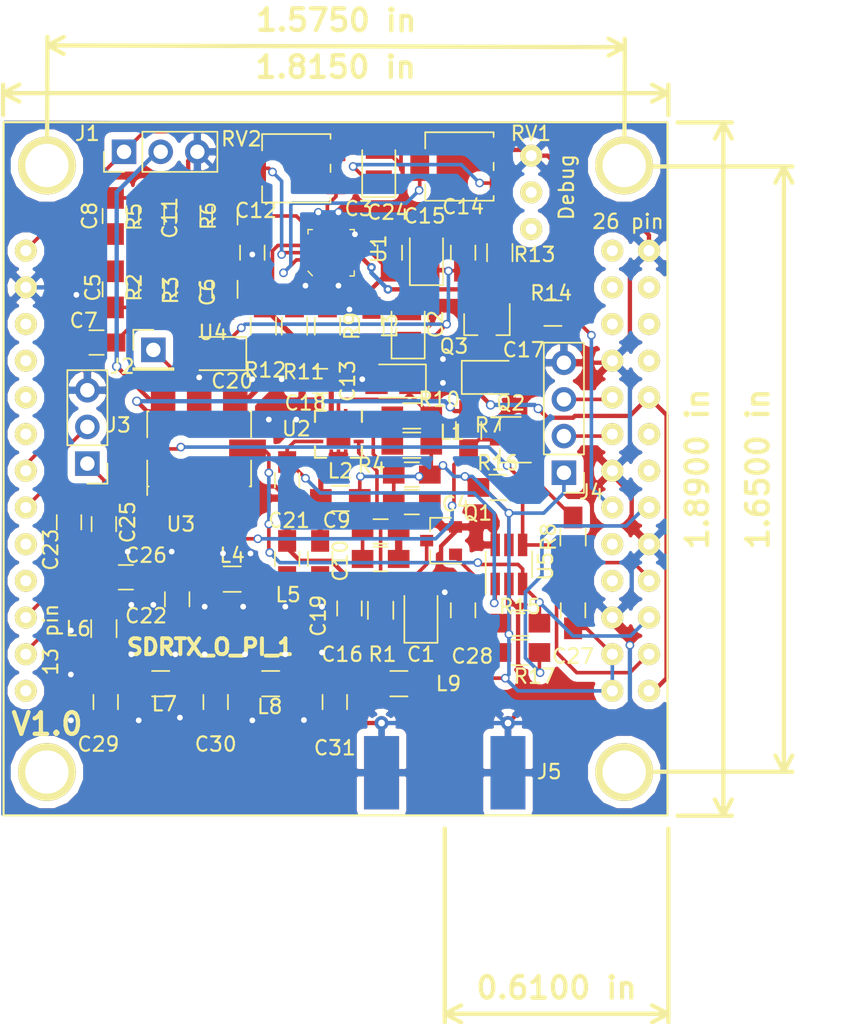
<source format=kicad_pcb>
(kicad_pcb (version 4) (host pcbnew 4.0.7-e2-6376~61~ubuntu18.04.1)
  (layers (0 F.Cu signal) (31 B.Cu signal) (34 B.Paste user) (35 F.Paste user) (36 B.SilkS user) (37 F.SilkS user) (38 B.Mask user) (39 F.Mask user) (44 Edge.Cuts user))
  (net 0 "")
  (net 1 +5V)
  (net 2 GND)
  (net 3 "Net-(C4-Pad2)")
  (net 4 "Net-(C5-Pad1)")
  (net 5 "Net-(C5-Pad2)")
  (net 6 "Net-(C6-Pad1)")
  (net 7 "Net-(C7-Pad1)")
  (net 8 "Net-(C8-Pad1)")
  (net 9 "Net-(C8-Pad2)")
  (net 10 "Net-(C11-Pad1)")
  (net 11 "Net-(C12-Pad1)")
  (net 12 +3V3)
  (net 13 "Net-(C18-Pad2)")
  (net 14 "Net-(C19-Pad1)")
  (net 15 "Net-(C19-Pad2)")
  (net 16 PDet)
  (net 17 "Net-(C22-Pad2)")
  (net 18 "Net-(C23-Pad1)")
  (net 19 "Net-(C23-Pad2)")
  (net 20 "Net-(C24-Pad2)")
  (net 21 "Net-(C25-Pad1)")
  (net 22 "Net-(C25-Pad2)")
  (net 23 "Net-(C26-Pad1)")
  (net 24 "Net-(C29-Pad2)")
  (net 25 "Net-(C30-Pad2)")
  (net 26 "Net-(C31-Pad2)")
  (net 27 "Net-(J2-Pad1)")
  (net 28 "Net-(J4-Pad2)")
  (net 29 "Net-(J4-Pad3)")
  (net 30 "Net-(J5-Pad1)")
  (net 31 PA01)
  (net 32 "Net-(Q1-Pad3)")
  (net 33 "Net-(Q2-Pad1)")
  (net 34 "Net-(Q2-Pad3)")
  (net 35 "Net-(Q3-Pad1)")
  (net 36 "Net-(Q3-Pad3)")
  (net 37 "Net-(R4-Pad1)")
  (net 38 PA06)
  (net 39 "Net-(R9-Pad1)")
  (net 40 "Net-(R11-Pad2)")
  (net 41 "Net-(R10-Pad1)")
  (net 42 "Net-(R12-Pad2)")
  (net 43 PA07)
  (net 44 SLC)
  (net 45 SDA)
  (net 46 "Net-(RV1-Pad2)")
  (net 47 "Net-(RV2-Pad2)")
  (net 48 "Net-(U2-Pad5)")
  (net 49 "Net-(U3-Pad1)")
  (net 50 "Net-(U4-Pad3)")
  (net 51 "Net-(U4-Pad4)")
  (net 52 "Net-(U4-Pad5)")
  (net 53 "Net-(U4-Pad6)")
  (net 54 "Net-(U4-Pad9)")
  (net 55 "Net-(U4-Pad10)")
  (net 56 "Net-(U4-Pad13)")
  (net 57 "Net-(U4-Pad108)")
  (net 58 "Net-(U4-Pad110)")
  (net 59 "Net-(U4-Pad113)")
  (net 60 "Net-(U4-Pad115)")
  (net 61 "Net-(U4-Pad119)")
  (net 62 "Net-(U4-Pad121)")
  (net 63 "Net-(U4-Pad122)")
  (net 64 "Net-(U4-Pad123)")
  (net 65 "Net-(U4-Pad124)")
  (net 66 "Net-(U4-Pad126)")
  (net 67 "Net-(U4-Pad202)")
  (net 68 "Net-(U4-Pad203)")
  (net 69 "Net-(Q1-Pad1)")
  (net 70 "Net-(U2-Pad4)")
  (module Capacitors_Tantalum_SMD:CP_Tantalum_Case-R_EIA-2012-12_Reflow (layer F.Cu) (at 177.419 90.805 90)
    (fp_text reference C1 (at -3.048 0 360) (layer F.SilkS))
    (fp_text value "1uF 16V")
    (pad 1 smd rect (at -1.175 0 90) (size 1.55 1.8) (layers F.Cu F.Paste F.Mask) (net 1 +5V))
    (pad 2 smd rect (at 1.175 0 90) (size 1.55 1.8) (layers F.Cu F.Paste F.Mask) (net 2 GND))
  )
  (module Capacitors_Tantalum_SMD:CP_Tantalum_Case-R_EIA-2012-12_Reflow (layer F.Cu) (at 176.53 71.12 90)
    (fp_text reference C2 (at 0.127 1.905 90) (layer F.SilkS))
    (fp_text value "1uF 16V")
    (pad 1 smd rect (at -1.175 0 90) (size 1.55 1.8) (layers F.Cu F.Paste F.Mask) (net 1 +5V))
    (pad 2 smd rect (at 1.175 0 90) (size 1.55 1.8) (layers F.Cu F.Paste F.Mask) (net 2 GND))
  )
  (module Capacitors_Tantalum_SMD:CP_Tantalum_Case-R_EIA-2012-12_Reflow (layer F.Cu) (at 174.498 59.944 90)
    (fp_text reference C3 (at -3.048 -1.397 180) (layer F.SilkS))
    (fp_text value "1uF 16V")
    (pad 1 smd rect (at -1.175 0 90) (size 1.55 1.8) (layers F.Cu F.Paste F.Mask) (net 1 +5V))
    (pad 2 smd rect (at 1.175 0 90) (size 1.55 1.8) (layers F.Cu F.Paste F.Mask) (net 2 GND))
  )
  (module Capacitors_SMD:C_0805_HandSoldering (layer F.Cu) (at 176.784 83.312 180)
    (fp_text reference C4 (at -3.048 -0.127 180) (layer F.SilkS))
    (fp_text value 3.3pF)
    (pad 1 smd rect (at -1.25 0 180) (size 1.5 1.25) (layers F.Cu F.Paste F.Mask) (net 2 GND))
    (pad 2 smd rect (at 1.25 0 180) (size 1.5 1.25) (layers F.Cu F.Paste F.Mask) (net 3 "Net-(C4-Pad2)"))
  )
  (module Capacitors_SMD:C_0805_HandSoldering (layer F.Cu) (at 156.21 68.58 270)
    (fp_text reference C5 (at -0.127 1.524 270) (layer F.SilkS))
    (fp_text value "10uF 16V")
    (pad 1 smd rect (at -1.25 0 270) (size 1.5 1.25) (layers F.Cu F.Paste F.Mask) (net 4 "Net-(C5-Pad1)"))
    (pad 2 smd rect (at 1.25 0 270) (size 1.5 1.25) (layers F.Cu F.Paste F.Mask) (net 5 "Net-(C5-Pad2)"))
  )
  (module Capacitors_SMD:C_0805_HandSoldering (layer F.Cu) (at 161.29 68.58 270)
    (fp_text reference C6 (at 0.1905 -1.3335 270) (layer F.SilkS))
    (fp_text value 2200pF)
    (pad 1 smd rect (at -1.25 0 270) (size 1.5 1.25) (layers F.Cu F.Paste F.Mask) (net 6 "Net-(C6-Pad1)"))
    (pad 2 smd rect (at 1.25 0 270) (size 1.5 1.25) (layers F.Cu F.Paste F.Mask) (net 2 GND))
  )
  (module Capacitors_SMD:C_0805_HandSoldering (layer F.Cu) (at 154.94 72.263 180)
    (fp_text reference C7 (at 0.889 1.524 180) (layer F.SilkS))
    (fp_text value 2200pF)
    (pad 1 smd rect (at -1.25 0 180) (size 1.5 1.25) (layers F.Cu F.Paste F.Mask) (net 7 "Net-(C7-Pad1)"))
    (pad 2 smd rect (at 1.25 0 180) (size 1.5 1.25) (layers F.Cu F.Paste F.Mask) (net 2 GND))
  )
  (module Capacitors_SMD:C_0805_HandSoldering (layer F.Cu) (at 156.21 63.5 90)
    (fp_text reference C8 (at 0 -1.75 90) (layer F.SilkS))
    (fp_text value "10uF 16V")
    (pad 1 smd rect (at -1.25 0 90) (size 1.5 1.25) (layers F.Cu F.Paste F.Mask) (net 8 "Net-(C8-Pad1)"))
    (pad 2 smd rect (at 1.25 0 90) (size 1.5 1.25) (layers F.Cu F.Paste F.Mask) (net 9 "Net-(C8-Pad2)"))
  )
  (module Capacitors_SMD:C_0805_HandSoldering (layer F.Cu) (at 174.625 85.344 180)
    (fp_text reference C9 (at 3.048 0.762 360) (layer F.SilkS))
    (fp_text value 1nF)
    (pad 1 smd rect (at -1.25 0 180) (size 1.5 1.25) (layers F.Cu F.Paste F.Mask) (net 2 GND))
    (pad 2 smd rect (at 1.25 0 180) (size 1.5 1.25) (layers F.Cu F.Paste F.Mask) (net 1 +5V))
  )
  (module Capacitors_SMD:C_0805_HandSoldering (layer F.Cu) (at 174.625 87.249)
    (fp_text reference C10 (at -2.794 0.127 90) (layer F.SilkS))
    (fp_text value "4.7uF 16V")
    (pad 1 smd rect (at -1.25 0) (size 1.5 1.25) (layers F.Cu F.Paste F.Mask) (net 1 +5V))
    (pad 2 smd rect (at 1.25 0) (size 1.5 1.25) (layers F.Cu F.Paste F.Mask) (net 2 GND))
  )
  (module Capacitors_SMD:C_0805_HandSoldering (layer F.Cu) (at 161.29 63.5 90)
    (fp_text reference C11 (at -0.127 -1.27 90) (layer F.SilkS))
    (fp_text value 2200pF)
    (pad 1 smd rect (at -1.25 0 90) (size 1.5 1.25) (layers F.Cu F.Paste F.Mask) (net 10 "Net-(C11-Pad1)"))
    (pad 2 smd rect (at 1.25 0 90) (size 1.5 1.25) (layers F.Cu F.Paste F.Mask) (net 2 GND))
  )
  (module Capacitors_SMD:C_0805_HandSoldering (layer F.Cu) (at 165.735 66.04 270)
    (fp_text reference C12 (at -2.921 -0.254 360) (layer F.SilkS))
    (fp_text value 2200pF)
    (pad 1 smd rect (at -1.25 0 270) (size 1.5 1.25) (layers F.Cu F.Paste F.Mask) (net 11 "Net-(C12-Pad1)"))
    (pad 2 smd rect (at 1.25 0 270) (size 1.5 1.25) (layers F.Cu F.Paste F.Mask) (net 2 GND))
  )
  (module Capacitors_Tantalum_SMD:CP_Tantalum_Case-R_EIA-2012-12_Reflow (layer F.Cu) (at 175.514 74.93 180)
    (fp_text reference C13 (at 3.175 0 450) (layer F.SilkS))
    (fp_text value "1uF 16V")
    (pad 1 smd rect (at -1.175 0 180) (size 1.55 1.8) (layers F.Cu F.Paste F.Mask) (net 1 +5V))
    (pad 2 smd rect (at 1.175 0 180) (size 1.55 1.8) (layers F.Cu F.Paste F.Mask) (net 2 GND))
  )
  (module Capacitors_SMD:C_0805_HandSoldering (layer F.Cu) (at 180.34 66.04 270)
    (fp_text reference C14 (at -3.175 0 360) (layer F.SilkS))
    (fp_text value 1nF)
    (pad 1 smd rect (at -1.25 0 270) (size 1.5 1.25) (layers F.Cu F.Paste F.Mask) (net 2 GND))
    (pad 2 smd rect (at 1.25 0 270) (size 1.5 1.25) (layers F.Cu F.Paste F.Mask) (net 1 +5V))
  )
  (module Capacitors_Tantalum_SMD:CP_Tantalum_Case-R_EIA-2012-12_Reflow (layer F.Cu) (at 177.8 66.04 90)
    (fp_text reference C15 (at 2.54 -0.127 180) (layer F.SilkS))
    (fp_text value "1uF 16V")
    (pad 1 smd rect (at -1.175 0 90) (size 1.55 1.8) (layers F.Cu F.Paste F.Mask) (net 1 +5V))
    (pad 2 smd rect (at 1.175 0 90) (size 1.55 1.8) (layers F.Cu F.Paste F.Mask) (net 2 GND))
  )
  (module Capacitors_SMD:C_0805_HandSoldering (layer F.Cu) (at 172.466 90.678 270)
    (fp_text reference C16 (at 3.175 0.508 360) (layer F.SilkS))
    (fp_text value 100pF)
    (pad 1 smd rect (at -1.25 0 270) (size 1.5 1.25) (layers F.Cu F.Paste F.Mask) (net 2 GND))
    (pad 2 smd rect (at 1.25 0 270) (size 1.5 1.25) (layers F.Cu F.Paste F.Mask) (net 1 +5V))
  )
  (module Capacitors_Tantalum_SMD:CP_Tantalum_Case-R_EIA-2012-12_Reflow (layer F.Cu) (at 182.499 74.676)
    (fp_text reference C17 (at 2.032 -1.905) (layer F.SilkS))
    (fp_text value "1uF 16V")
    (pad 1 smd rect (at -1.175 0) (size 1.55 1.8) (layers F.Cu F.Paste F.Mask) (net 12 +3V3))
    (pad 2 smd rect (at 1.175 0) (size 1.55 1.8) (layers F.Cu F.Paste F.Mask) (net 2 GND))
  )
  (module Capacitors_SMD:C_0805_HandSoldering (layer F.Cu) (at 170.434 74.93)
    (fp_text reference C18 (at -1.016 1.524 180) (layer F.SilkS))
    (fp_text value 27pF)
    (pad 1 smd rect (at -1.25 0) (size 1.5 1.25) (layers F.Cu F.Paste F.Mask) (net 2 GND))
    (pad 2 smd rect (at 1.25 0) (size 1.5 1.25) (layers F.Cu F.Paste F.Mask) (net 13 "Net-(C18-Pad2)"))
  )
  (module Capacitors_SMD:C_0805_HandSoldering (layer F.Cu) (at 170.434 87.249 90)
    (fp_text reference C19 (at -3.937 -0.127 90) (layer F.SilkS))
    (fp_text value 220pF)
    (pad 1 smd rect (at -1.25 0 90) (size 1.5 1.25) (layers F.Cu F.Paste F.Mask) (net 14 "Net-(C19-Pad1)"))
    (pad 2 smd rect (at 1.25 0 90) (size 1.5 1.25) (layers F.Cu F.Paste F.Mask) (net 15 "Net-(C19-Pad2)"))
  )
  (module Capacitors_Tantalum_SMD:CP_Tantalum_Case-R_EIA-2012-12_Reflow (layer F.Cu) (at 163.068 73.025 180)
    (fp_text reference C20 (at -1.27 -1.905 180) (layer F.SilkS))
    (fp_text value "1uF 16V")
    (pad 1 smd rect (at -1.175 0 180) (size 1.55 1.8) (layers F.Cu F.Paste F.Mask) (net 1 +5V))
    (pad 2 smd rect (at 1.175 0 180) (size 1.55 1.8) (layers F.Cu F.Paste F.Mask) (net 2 GND))
  )
  (module Capacitors_SMD:C_0805_HandSoldering (layer F.Cu) (at 168.148 81.788 90)
    (fp_text reference C21 (at -2.794 0.127 180) (layer F.SilkS))
    (fp_text value 100pF)
    (pad 1 smd rect (at -1.25 0 90) (size 1.5 1.25) (layers F.Cu F.Paste F.Mask) (net 2 GND))
    (pad 2 smd rect (at 1.25 0 90) (size 1.5 1.25) (layers F.Cu F.Paste F.Mask) (net 16 PDet))
  )
  (module Capacitors_SMD:C_0805_HandSoldering (layer F.Cu) (at 160.528 90.043 90)
    (fp_text reference C22 (at -1.143 -2.159 180) (layer F.SilkS))
    (fp_text value 33pF)
    (pad 1 smd rect (at -1.25 0 90) (size 1.5 1.25) (layers F.Cu F.Paste F.Mask) (net 2 GND))
    (pad 2 smd rect (at 1.25 0 90) (size 1.5 1.25) (layers F.Cu F.Paste F.Mask) (net 17 "Net-(C22-Pad2)"))
  )
  (module Capacitors_SMD:C_0805_HandSoldering (layer F.Cu) (at 153.035 84.709 270)
    (fp_text reference C23 (at 1.905 1.27 270) (layer F.SilkS))
    (fp_text value "10uF 16V")
    (pad 1 smd rect (at -1.25 0 270) (size 1.5 1.25) (layers F.Cu F.Paste F.Mask) (net 18 "Net-(C23-Pad1)"))
    (pad 2 smd rect (at 1.25 0 270) (size 1.5 1.25) (layers F.Cu F.Paste F.Mask) (net 19 "Net-(C23-Pad2)"))
  )
  (module Capacitors_SMD:C_0805_HandSoldering (layer F.Cu) (at 175.26 66.04 270)
    (fp_text reference C24 (at -2.794 0.127 360) (layer F.SilkS))
    (fp_text value 15pF)
    (pad 1 smd rect (at -1.25 0 270) (size 1.5 1.25) (layers F.Cu F.Paste F.Mask) (net 2 GND))
    (pad 2 smd rect (at 1.25 0 270) (size 1.5 1.25) (layers F.Cu F.Paste F.Mask) (net 20 "Net-(C24-Pad2)"))
  )
  (module Capacitors_SMD:C_0805_HandSoldering (layer F.Cu) (at 155.448 84.836 270)
    (fp_text reference C25 (at -0.127 -1.651 270) (layer F.SilkS))
    (fp_text value "10uF 16V")
    (pad 1 smd rect (at -1.25 0 270) (size 1.5 1.25) (layers F.Cu F.Paste F.Mask) (net 21 "Net-(C25-Pad1)"))
    (pad 2 smd rect (at 1.25 0 270) (size 1.5 1.25) (layers F.Cu F.Paste F.Mask) (net 22 "Net-(C25-Pad2)"))
  )
  (module Capacitors_SMD:C_0805_HandSoldering (layer F.Cu) (at 156.972 88.519)
    (fp_text reference C26 (at 1.397 -1.524 180) (layer F.SilkS))
    (fp_text value 220pF)
    (pad 1 smd rect (at -1.25 0) (size 1.5 1.25) (layers F.Cu F.Paste F.Mask) (net 23 "Net-(C26-Pad1)"))
    (pad 2 smd rect (at 1.25 0) (size 1.5 1.25) (layers F.Cu F.Paste F.Mask) (net 17 "Net-(C22-Pad2)"))
  )
  (module Capacitors_SMD:C_0805_HandSoldering (layer F.Cu) (at 187.96 90.805 270)
    (fp_text reference C27 (at 3.175 0 360) (layer F.SilkS))
    (fp_text value 100nF)
    (pad 1 smd rect (at -1.25 0 270) (size 1.5 1.25) (layers F.Cu F.Paste F.Mask) (net 2 GND))
    (pad 2 smd rect (at 1.25 0 270) (size 1.5 1.25) (layers F.Cu F.Paste F.Mask) (net 1 +5V))
  )
  (module Capacitors_SMD:C_0805_HandSoldering (layer F.Cu) (at 180.34 90.805 90)
    (fp_text reference C28 (at -3.175 0.635 180) (layer F.SilkS))
    (fp_text value "10uF 16V")
    (pad 1 smd rect (at -1.25 0 90) (size 1.5 1.25) (layers F.Cu F.Paste F.Mask) (net 1 +5V))
    (pad 2 smd rect (at 1.25 0 90) (size 1.5 1.25) (layers F.Cu F.Paste F.Mask) (net 2 GND))
  )
  (module Capacitors_SMD:C_0805_HandSoldering (layer F.Cu) (at 155.575 97.155 90)
    (fp_text reference C29 (at -2.921 -0.508 180) (layer F.SilkS))
    (fp_text value 33pF)
    (pad 1 smd rect (at -1.25 0 90) (size 1.5 1.25) (layers F.Cu F.Paste F.Mask) (net 2 GND))
    (pad 2 smd rect (at 1.25 0 90) (size 1.5 1.25) (layers F.Cu F.Paste F.Mask) (net 24 "Net-(C29-Pad2)"))
  )
  (module Capacitors_SMD:C_0805_HandSoldering (layer F.Cu) (at 163.195 97.155 90)
    (fp_text reference C30 (at -2.921 0 180) (layer F.SilkS))
    (fp_text value 33pF)
    (pad 1 smd rect (at -1.25 0 90) (size 1.5 1.25) (layers F.Cu F.Paste F.Mask) (net 2 GND))
    (pad 2 smd rect (at 1.25 0 90) (size 1.5 1.25) (layers F.Cu F.Paste F.Mask) (net 25 "Net-(C30-Pad2)"))
  )
  (module Capacitors_SMD:C_0805_HandSoldering (layer F.Cu) (at 171.45 97.155 90)
    (fp_text reference C31 (at -3.175 0 180) (layer F.SilkS))
    (fp_text value 33pF)
    (pad 1 smd rect (at -1.25 0 90) (size 1.5 1.25) (layers F.Cu F.Paste F.Mask) (net 2 GND))
    (pad 2 smd rect (at 1.25 0 90) (size 1.5 1.25) (layers F.Cu F.Paste F.Mask) (net 26 "Net-(C31-Pad2)"))
  )
  (module Pin_Headers:Pin_Header_Straight_1x03_Pitch2.54mm (layer F.Cu) (at 156.845 59.055 90)
    (fp_text reference J1 (at 1.27 -2.54 180) (layer F.SilkS))
    (fp_text value CONN_01X03)
    (pad 1 thru_hole rect (at 0 0 90) (size 1.7 1.7) (drill 1) (layers *.Cu *.Mask) (net 1 +5V))
    (pad 2 thru_hole oval (at 0 2.54 90) (size 1.7 1.7) (drill 1) (layers *.Cu *.Mask) (net 12 +3V3))
    (pad 3 thru_hole oval (at 0 5.08 90) (size 1.7 1.7) (drill 1) (layers *.Cu *.Mask) (net 2 GND))
  )
  (module Pin_Headers:Pin_Header_Straight_1x01_Pitch2.54mm (layer F.Cu) (at 158.877 72.771)
    (fp_text reference J2 (at -2.159 1.143) (layer F.SilkS))
    (fp_text value TEST_1P)
    (pad 1 thru_hole rect (at 0 0) (size 1.7 1.7) (drill 1) (layers *.Cu *.Mask) (net 27 "Net-(J2-Pad1)"))
  )
  (module Pin_Headers:Pin_Header_Straight_1x03_Pitch2.54mm (layer F.Cu) (at 154.305 80.645 180)
    (fp_text reference J3 (at -2.159 2.667 180) (layer F.SilkS))
    (fp_text value Audio-Jack-3)
    (pad 1 thru_hole rect (at 0 0 180) (size 1.7 1.7) (drill 1) (layers *.Cu *.Mask) (net 21 "Net-(C25-Pad1)"))
    (pad 2 thru_hole oval (at 0 2.54 180) (size 1.7 1.7) (drill 1) (layers *.Cu *.Mask) (net 18 "Net-(C23-Pad1)"))
    (pad 3 thru_hole oval (at 0 5.08 180) (size 1.7 1.7) (drill 1) (layers *.Cu *.Mask) (net 2 GND))
  )
  (module Pin_Headers:Pin_Header_Straight_1x04_Pitch2.54mm (layer F.Cu) (at 187.325 81.28 180)
    (fp_text reference J4 (at -1.905 -1.3335 180) (layer F.SilkS))
    (fp_text value CONN_01X04)
    (pad 1 thru_hole rect (at 0 0 180) (size 1.7 1.7) (drill 1) (layers *.Cu *.Mask) (net 1 +5V))
    (pad 2 thru_hole oval (at 0 2.54 180) (size 1.7 1.7) (drill 1) (layers *.Cu *.Mask) (net 28 "Net-(J4-Pad2)"))
    (pad 3 thru_hole oval (at 0 5.08 180) (size 1.7 1.7) (drill 1) (layers *.Cu *.Mask) (net 29 "Net-(J4-Pad3)"))
    (pad 4 thru_hole oval (at 0 7.62 180) (size 1.7 1.7) (drill 1) (layers *.Cu *.Mask) (net 2 GND))
  )
  (module Connectors_Molex:Molex_SMA_Jack_Edge_Mount (layer F.Cu) (at 179.07 100.33 90)
    (fp_text reference J5 (at -1.651 7.239 180) (layer F.SilkS))
    (fp_text value "SMA Edge FM")
    (pad 1 smd rect (at -1.72 0 90) (size 5.08 2.29) (layers F.Cu F.Paste F.Mask) (net 30 "Net-(J5-Pad1)"))
    (pad 2 smd rect (at -1.72 -4.38 90) (size 5.08 2.42) (layers F.Cu F.Paste F.Mask) (net 2 GND))
    (pad 2 smd rect (at -1.72 4.38 90) (size 5.08 2.42) (layers F.Cu F.Paste F.Mask) (net 2 GND))
    (pad 2 smd rect (at -1.72 -4.38 90) (size 5.08 2.42) (layers B.Cu B.Paste B.Mask) (net 2 GND))
    (pad 2 smd rect (at -1.72 4.38 90) (size 5.08 2.42) (layers B.Cu B.Paste B.Mask) (net 2 GND))
    (pad 2 thru_hole circle (at 1.72 -4.38 90) (size 0.97 0.97) (drill 0.46) (layers *.Cu) (net 2 GND))
    (pad 2 thru_hole circle (at 1.72 4.38 90) (size 0.97 0.97) (drill 0.46) (layers *.Cu) (net 2 GND))
    (pad 2 smd rect (at 1.27 -4.38 90) (size 0.89 0.46) (layers F.Cu) (net 2 GND))
    (pad 2 smd rect (at 1.27 4.38 90) (size 0.89 0.46) (layers F.Cu) (net 2 GND))
    (pad 2 smd rect (at 1.27 -4.38 90) (size 0.89 0.46) (layers B.Cu) (net 2 GND))
    (pad 2 smd rect (at 1.27 4.38 90) (size 0.89 0.46) (layers B.Cu) (net 2 GND))
  )
  (module Capacitors_SMD:C_0805_HandSoldering (layer F.Cu) (at 176.784 81.407 180)
    (fp_text reference L1 (at -2.794 2.921 180) (layer F.SilkS))
    (fp_text value 33nF)
    (pad 1 smd rect (at -1.25 0 180) (size 1.5 1.25) (layers F.Cu F.Paste F.Mask) (net 1 +5V))
    (pad 2 smd rect (at 1.25 0 180) (size 1.5 1.25) (layers F.Cu F.Paste F.Mask) (net 3 "Net-(C4-Pad2)"))
  )
  (module Inductors_SMD:L_0805_HandSoldering (layer F.Cu) (at 171.831 83.058 180)
    (fp_text reference L2 (at 0 1.905 180) (layer F.SilkS))
    (fp_text value 33nH)
    (pad 1 smd rect (at -1.35 0 180) (size 1.5 1.3) (layers F.Cu F.Paste F.Mask) (net 1 +5V))
    (pad 2 smd rect (at 1.35 0 180) (size 1.5 1.3) (layers F.Cu F.Paste F.Mask) (net 15 "Net-(C19-Pad2)"))
  )
  (module Capacitors_SMD:C_0805_HandSoldering (layer F.Cu) (at 173.99 71.12 90)
    (fp_text reference L3 (at 0 1.27 90) (layer F.SilkS))
    (fp_text value 22nF)
    (pad 1 smd rect (at -1.25 0 90) (size 1.5 1.25) (layers F.Cu F.Paste F.Mask) (net 13 "Net-(C18-Pad2)"))
    (pad 2 smd rect (at 1.25 0 90) (size 1.5 1.25) (layers F.Cu F.Paste F.Mask) (net 20 "Net-(C24-Pad2)"))
  )
  (module Inductors_SMD:L_0805_HandSoldering (layer F.Cu) (at 164.338 88.646 180)
    (fp_text reference L4 (at 0 1.651 180) (layer F.SilkS))
    (fp_text value 33nH)
    (pad 1 smd rect (at -1.35 0 180) (size 1.5 1.3) (layers F.Cu F.Paste F.Mask) (net 14 "Net-(C19-Pad1)"))
    (pad 2 smd rect (at 1.35 0 180) (size 1.5 1.3) (layers F.Cu F.Paste F.Mask) (net 17 "Net-(C22-Pad2)"))
  )
  (module Capacitors_SMD:C_0805_HandSoldering (layer F.Cu) (at 168.148 87.249 90)
    (fp_text reference L5 (at -2.4765 0.0635 180) (layer F.SilkS))
    (fp_text value 33nF)
    (pad 1 smd rect (at -1.25 0 90) (size 1.5 1.25) (layers F.Cu F.Paste F.Mask) (net 14 "Net-(C19-Pad1)"))
    (pad 2 smd rect (at 1.25 0 90) (size 1.5 1.25) (layers F.Cu F.Paste F.Mask) (net 2 GND))
  )
  (module Inductors_SMD:L_0805_HandSoldering (layer F.Cu) (at 155.448 92.075 90)
    (fp_text reference L6 (at 0 -1.778 360) (layer F.SilkS))
    (fp_text value 56nH)
    (pad 1 smd rect (at -1.35 0 90) (size 1.5 1.3) (layers F.Cu F.Paste F.Mask) (net 24 "Net-(C29-Pad2)"))
    (pad 2 smd rect (at 1.35 0 90) (size 1.5 1.3) (layers F.Cu F.Paste F.Mask) (net 23 "Net-(C26-Pad1)"))
  )
  (module Inductors_SMD:L_0805_HandSoldering (layer F.Cu) (at 159.385 95.885 180)
    (fp_text reference L7 (at -0.254 -1.397 180) (layer F.SilkS))
    (fp_text value 110nH)
    (pad 1 smd rect (at -1.35 0 180) (size 1.5 1.3) (layers F.Cu F.Paste F.Mask) (net 25 "Net-(C30-Pad2)"))
    (pad 2 smd rect (at 1.35 0 180) (size 1.5 1.3) (layers F.Cu F.Paste F.Mask) (net 24 "Net-(C29-Pad2)"))
  )
  (module Inductors_SMD:L_0805_HandSoldering (layer F.Cu) (at 167.005 95.885 180)
    (fp_text reference L8 (at 0.0635 -1.5875 180) (layer F.SilkS))
    (fp_text value 110nH)
    (pad 1 smd rect (at -1.35 0 180) (size 1.5 1.3) (layers F.Cu F.Paste F.Mask) (net 26 "Net-(C31-Pad2)"))
    (pad 2 smd rect (at 1.35 0 180) (size 1.5 1.3) (layers F.Cu F.Paste F.Mask) (net 25 "Net-(C30-Pad2)"))
  )
  (module Inductors_SMD:L_0805_HandSoldering (layer F.Cu) (at 175.895 95.885 180)
    (fp_text reference L9 (at -3.429 0 180) (layer F.SilkS))
    (fp_text value 56nH)
    (pad 1 smd rect (at -1.35 0 180) (size 1.5 1.3) (layers F.Cu F.Paste F.Mask) (net 30 "Net-(J5-Pad1)"))
    (pad 2 smd rect (at 1.35 0 180) (size 1.5 1.3) (layers F.Cu F.Paste F.Mask) (net 26 "Net-(C31-Pad2)"))
  )
  (module TO_SOT_Packages_SMD:SOT-23 (layer F.Cu) (at 178.816 85.979 180)
    (fp_text reference Q1 (at -2.54 1.905 180) (layer F.SilkS))
    (fp_text value BC817-40)
    (pad 1 smd rect (at -1 -0.95 180) (size 0.9 0.8) (layers F.Cu F.Paste F.Mask) (net 69 "Net-(Q1-Pad1)"))
    (pad 2 smd rect (at -1 0.95 180) (size 0.9 0.8) (layers F.Cu F.Paste F.Mask) (net 2 GND))
    (pad 3 smd rect (at 1 0 180) (size 0.9 0.8) (layers F.Cu F.Paste F.Mask) (net 32 "Net-(Q1-Pad3)"))
  )
  (module TO_SOT_Packages_SMD:SOT-23 (layer F.Cu) (at 183.642 78.994 180)
    (fp_text reference Q2 (at 0 2.54 180) (layer F.SilkS))
    (fp_text value BC817-40)
    (pad 1 smd rect (at -1 -0.95 180) (size 0.9 0.8) (layers F.Cu F.Paste F.Mask) (net 33 "Net-(Q2-Pad1)"))
    (pad 2 smd rect (at -1 0.95 180) (size 0.9 0.8) (layers F.Cu F.Paste F.Mask) (net 2 GND))
    (pad 3 smd rect (at 1 0 180) (size 0.9 0.8) (layers F.Cu F.Paste F.Mask) (net 34 "Net-(Q2-Pad3)"))
  )
  (module TO_SOT_Packages_SMD:SOT-23 (layer F.Cu) (at 181.991 70.993 270)
    (fp_text reference Q3 (at 1.524 2.286 360) (layer F.SilkS))
    (fp_text value BC817-40)
    (pad 1 smd rect (at -1 -0.95 270) (size 0.9 0.8) (layers F.Cu F.Paste F.Mask) (net 35 "Net-(Q3-Pad1)"))
    (pad 2 smd rect (at -1 0.95 270) (size 0.9 0.8) (layers F.Cu F.Paste F.Mask) (net 2 GND))
    (pad 3 smd rect (at 1 0 270) (size 0.9 0.8) (layers F.Cu F.Paste F.Mask) (net 36 "Net-(Q3-Pad3)"))
  )
  (module Resistors_SMD:R_0805_HandSoldering (layer F.Cu) (at 174.625 90.805 270)
    (fp_text reference R1 (at 3.048 -0.127 360) (layer F.SilkS))
    (fp_text value 10k)
    (pad 1 smd rect (at -1.35 0 270) (size 1.5 1.3) (layers F.Cu F.Paste F.Mask) (net 32 "Net-(Q1-Pad3)"))
    (pad 2 smd rect (at 1.35 0 270) (size 1.5 1.3) (layers F.Cu F.Paste F.Mask) (net 1 +5V))
  )
  (module Resistors_SMD:R_0805_HandSoldering (layer F.Cu) (at 158.75 68.58 270)
    (fp_text reference R2 (at -0.127 1.2065 270) (layer F.SilkS))
    (fp_text value 1K)
    (pad 1 smd rect (at -1.35 0 270) (size 1.5 1.3) (layers F.Cu F.Paste F.Mask) (net 6 "Net-(C6-Pad1)"))
    (pad 2 smd rect (at 1.35 0 270) (size 1.5 1.3) (layers F.Cu F.Paste F.Mask) (net 5 "Net-(C5-Pad2)"))
  )
  (module Resistors_SMD:R_0805_HandSoldering (layer F.Cu) (at 163.83 68.58 90)
    (fp_text reference R3 (at -0.0635 -3.7465 90) (layer F.SilkS))
    (fp_text value 1K)
    (pad 1 smd rect (at -1.35 0 90) (size 1.5 1.3) (layers F.Cu F.Paste F.Mask) (net 7 "Net-(C7-Pad1)"))
    (pad 2 smd rect (at 1.35 0 90) (size 1.5 1.3) (layers F.Cu F.Paste F.Mask) (net 6 "Net-(C6-Pad1)"))
  )
  (module Resistors_SMD:R_0805_HandSoldering (layer F.Cu) (at 176.784 79.375)
    (fp_text reference R4 (at -2.794 1.397) (layer F.SilkS))
    (fp_text value 1k8)
    (pad 1 smd rect (at -1.35 0) (size 1.5 1.3) (layers F.Cu F.Paste F.Mask) (net 37 "Net-(R4-Pad1)"))
    (pad 2 smd rect (at 1.35 0) (size 1.5 1.3) (layers F.Cu F.Paste F.Mask) (net 1 +5V))
  )
  (module Resistors_SMD:R_0805_HandSoldering (layer F.Cu) (at 158.75 63.5 90)
    (fp_text reference R5 (at -0.0635 -1.2065 90) (layer F.SilkS))
    (fp_text value 1K)
    (pad 1 smd rect (at -1.35 0 90) (size 1.5 1.3) (layers F.Cu F.Paste F.Mask) (net 10 "Net-(C11-Pad1)"))
    (pad 2 smd rect (at 1.35 0 90) (size 1.5 1.3) (layers F.Cu F.Paste F.Mask) (net 9 "Net-(C8-Pad2)"))
  )
  (module Resistors_SMD:R_0805_HandSoldering (layer F.Cu) (at 163.83 63.5 270)
    (fp_text reference R6 (at 0 1.143 270) (layer F.SilkS))
    (fp_text value 1K)
    (pad 1 smd rect (at -1.35 0 270) (size 1.5 1.3) (layers F.Cu F.Paste F.Mask) (net 11 "Net-(C12-Pad1)"))
    (pad 2 smd rect (at 1.35 0 270) (size 1.5 1.3) (layers F.Cu F.Paste F.Mask) (net 10 "Net-(C11-Pad1)"))
  )
  (module Resistors_SMD:R_0805_HandSoldering (layer F.Cu) (at 180.721 78.359 90)
    (fp_text reference R7 (at 0.381 1.397 180) (layer F.SilkS))
    (fp_text value 6k8)
    (pad 1 smd rect (at -1.35 0 90) (size 1.5 1.3) (layers F.Cu F.Paste F.Mask) (net 34 "Net-(Q2-Pad3)"))
    (pad 2 smd rect (at 1.35 0 90) (size 1.5 1.3) (layers F.Cu F.Paste F.Mask) (net 12 +3V3))
  )
  (module Resistors_SMD:R_0805_HandSoldering (layer F.Cu) (at 187.96 85.725 90)
    (fp_text reference R8 (at 0 -1.7 90) (layer F.SilkS))
    (fp_text value 6k8)
    (pad 1 smd rect (at -1.35 0 90) (size 1.5 1.3) (layers F.Cu F.Paste F.Mask) (net 38 PA06))
    (pad 2 smd rect (at 1.35 0 90) (size 1.5 1.3) (layers F.Cu F.Paste F.Mask) (net 33 "Net-(Q2-Pad1)"))
  )
  (module Resistors_SMD:R_0805_HandSoldering (layer F.Cu) (at 170.942 71.12 270)
    (fp_text reference R9 (at 0 -1.7 270) (layer F.SilkS))
    (fp_text value 0)
    (pad 1 smd rect (at -1.35 0 270) (size 1.5 1.3) (layers F.Cu F.Paste F.Mask) (net 39 "Net-(R9-Pad1)"))
    (pad 2 smd rect (at 1.35 0 270) (size 1.5 1.3) (layers F.Cu F.Paste F.Mask) (net 40 "Net-(R11-Pad2)"))
  )
  (module Resistors_SMD:R_0805_HandSoldering (layer F.Cu) (at 176.784 77.343)
    (fp_text reference R10 (at 1.905 -1.143) (layer F.SilkS))
    (fp_text value 2k2)
    (pad 1 smd rect (at -1.35 0) (size 1.5 1.3) (layers F.Cu F.Paste F.Mask) (net 41 "Net-(R10-Pad1)"))
    (pad 2 smd rect (at 1.35 0) (size 1.5 1.3) (layers F.Cu F.Paste F.Mask) (net 1 +5V))
  )
  (module Resistors_SMD:R_0805_HandSoldering (layer F.Cu) (at 168.656 71.12 270)
    (fp_text reference R11 (at 3.175 -0.635 360) (layer F.SilkS))
    (fp_text value OC)
    (pad 1 smd rect (at -1.35 0 270) (size 1.5 1.3) (layers F.Cu F.Paste F.Mask) (net 2 GND))
    (pad 2 smd rect (at 1.35 0 270) (size 1.5 1.3) (layers F.Cu F.Paste F.Mask) (net 40 "Net-(R11-Pad2)"))
  )
  (module Resistors_SMD:R_0805_HandSoldering (layer F.Cu) (at 166.497 71.12 270)
    (fp_text reference R12 (at 3.048 -0.127 360) (layer F.SilkS))
    (fp_text value 0)
    (pad 1 smd rect (at -1.35 0 270) (size 1.5 1.3) (layers F.Cu F.Paste F.Mask) (net 40 "Net-(R11-Pad2)"))
    (pad 2 smd rect (at 1.35 0 270) (size 1.5 1.3) (layers F.Cu F.Paste F.Mask) (net 42 "Net-(R12-Pad2)"))
  )
  (module Resistors_SMD:R_0805_HandSoldering (layer F.Cu) (at 182.88 66.04 270)
    (fp_text reference R13 (at 0.127 -2.413 540) (layer F.SilkS))
    (fp_text value 10k)
    (pad 1 smd rect (at -1.35 0 270) (size 1.5 1.3) (layers F.Cu F.Paste F.Mask) (net 1 +5V))
    (pad 2 smd rect (at 1.35 0 270) (size 1.5 1.3) (layers F.Cu F.Paste F.Mask) (net 36 "Net-(Q3-Pad3)"))
  )
  (module Resistors_SMD:R_0805_HandSoldering (layer F.Cu) (at 186.563 70.231 180)
    (fp_text reference R14 (at 0.127 1.397 360) (layer F.SilkS))
    (fp_text value 6k8)
    (pad 1 smd rect (at -1.35 0 180) (size 1.5 1.3) (layers F.Cu F.Paste F.Mask) (net 43 PA07))
    (pad 2 smd rect (at 1.35 0 180) (size 1.5 1.3) (layers F.Cu F.Paste F.Mask) (net 35 "Net-(Q3-Pad1)"))
  )
  (module Resistors_SMD:R_0805_HandSoldering (layer F.Cu) (at 184.277 91.694)
    (fp_text reference R15 (at 0 -1.143) (layer F.SilkS))
    (fp_text value 6k5)
    (pad 1 smd rect (at -1.35 0) (size 1.5 1.3) (layers F.Cu F.Paste F.Mask) (net 1 +5V))
    (pad 2 smd rect (at 1.35 0) (size 1.5 1.3) (layers F.Cu F.Paste F.Mask) (net 44 SLC))
  )
  (module Resistors_SMD:R_0805_HandSoldering (layer F.Cu) (at 182.753 82.296)
    (fp_text reference R16 (at 0 -1.7) (layer F.SilkS))
    (fp_text value 6k5)
    (pad 1 smd rect (at -1.35 0) (size 1.5 1.3) (layers F.Cu F.Paste F.Mask) (net 1 +5V))
    (pad 2 smd rect (at 1.35 0) (size 1.5 1.3) (layers F.Cu F.Paste F.Mask) (net 45 SDA))
  )
  (module Potentiometer_SMD:Potentiometer_Bourns_3314G_Vertical (layer F.Cu) (at 180.086 60.071 270)
    (fp_text reference RV1 (at -2.286 -4.953 360) (layer F.SilkS))
    (fp_text value 4k7)
    (pad 1 smd rect (at 1.15 -2.75 270) (size 1.3 1.3) (layers F.Cu F.Paste F.Mask) (net 1 +5V))
    (pad 2 smd rect (at 0 2.75 270) (size 2 1.3) (layers F.Cu F.Paste F.Mask) (net 46 "Net-(RV1-Pad2)"))
    (pad 3 smd rect (at -1.15 -2.75 270) (size 1.3 1.3) (layers F.Cu F.Paste F.Mask) (net 2 GND))
  )
  (module Potentiometer_SMD:Potentiometer_Bourns_3314G_Vertical (layer F.Cu) (at 168.783 60.198 270)
    (fp_text reference RV2 (at -2.032 3.81 360) (layer F.SilkS))
    (fp_text value 4k7)
    (pad 1 smd rect (at 1.15 -2.75 270) (size 1.3 1.3) (layers F.Cu F.Paste F.Mask) (net 1 +5V))
    (pad 2 smd rect (at 0 2.75 270) (size 2 1.3) (layers F.Cu F.Paste F.Mask) (net 47 "Net-(RV2-Pad2)"))
    (pad 3 smd rect (at -1.15 -2.75 270) (size 1.3 1.3) (layers F.Cu F.Paste F.Mask) (net 2 GND))
  )
  (module QFN-12-1EP_3x3mm:QFN-12-1EP_3x3mm_P0.5mm_EP1.65x1.65mm (layer F.Cu) (at 171.704 78.613 270)
    (fp_text reference U2 (at -0.381 2.921 360) (layer F.SilkS))
    (fp_text value MMZ09332BT1)
    (pad 1 smd rect (at -1.4 -0.5 270) (size 0.7 0.25) (layers F.Cu F.Paste F.Mask) (net 41 "Net-(R10-Pad1)"))
    (pad 2 smd rect (at -1.4 0 270) (size 0.7 0.25) (layers F.Cu F.Paste F.Mask) (net 1 +5V))
    (pad 3 smd rect (at -1.4 0.5 270) (size 0.7 0.25) (layers F.Cu F.Paste F.Mask) (net 13 "Net-(C18-Pad2)"))
    (pad 4 smd rect (at -0.5 1.4) (size 0.7 0.25) (layers F.Cu F.Paste F.Mask) (net 70 "Net-(U2-Pad4)"))
    (pad 5 smd rect (at 0 1.4) (size 0.7 0.25) (layers F.Cu F.Paste F.Mask) (net 48 "Net-(U2-Pad5)"))
    (pad 6 smd rect (at 0.5 1.4) (size 0.7 0.25) (layers F.Cu F.Paste F.Mask) (net 16 PDet))
    (pad 7 smd rect (at 1.4 0.5 270) (size 0.7 0.25) (layers F.Cu F.Paste F.Mask) (net 15 "Net-(C19-Pad2)"))
    (pad 8 smd rect (at 1.4 0 270) (size 0.7 0.25) (layers F.Cu F.Paste F.Mask) (net 15 "Net-(C19-Pad2)"))
    (pad 9 smd rect (at 1.4 -0.5 270) (size 0.7 0.25) (layers F.Cu F.Paste F.Mask) (net 15 "Net-(C19-Pad2)"))
    (pad 10 smd rect (at 0.5 -1.4) (size 0.7 0.25) (layers F.Cu F.Paste F.Mask) (net 32 "Net-(Q1-Pad3)"))
    (pad 11 smd rect (at 0 -1.4) (size 0.7 0.25) (layers F.Cu F.Paste F.Mask) (net 3 "Net-(C4-Pad2)"))
    (pad 12 smd rect (at -0.5 -1.4) (size 0.7 0.25) (layers F.Cu F.Paste F.Mask) (net 37 "Net-(R4-Pad1)"))
    (pad 13 smd rect (at 0 0 270) (size 1.65 1.65) (layers F.Cu F.Mask))
  )
  (module Oscillators:Oscillator_SMD_SI570_SI571_HandSoldering (layer F.Cu) (at 162.052 79.629)
    (fp_text reference U3 (at -1.27 5.207) (layer F.SilkS))
    (fp_text value Si570)
    (pad 1 smd rect (at -2.5 2.6) (size 1.7 3.15) (layers F.Cu F.Paste F.Mask) (net 49 "Net-(U3-Pad1)"))
    (pad 2 smd rect (at 0 2.6) (size 1.7 3.15) (layers F.Cu F.Paste F.Mask) (net 34 "Net-(Q2-Pad3)"))
    (pad 3 smd rect (at 2.5 2.6) (size 1.7 3.15) (layers F.Cu F.Paste F.Mask) (net 2 GND))
    (pad 4 smd rect (at 2.5 -2.6) (size 1.7 3.15) (layers F.Cu F.Paste F.Mask) (net 42 "Net-(R12-Pad2)"))
    (pad 5 smd rect (at 0 -2.6) (size 1.7 3.15) (layers F.Cu F.Paste F.Mask) (net 27 "Net-(J2-Pad1)"))
    (pad 6 smd rect (at -2.5 -2.6) (size 1.7 3.15) (layers F.Cu F.Paste F.Mask) (net 12 +3V3))
    (pad 7 smd rect (at -3.35 0) (size 2.5 1.3) (layers F.Cu F.Paste F.Mask) (net 45 SDA))
    (pad 8 smd rect (at 3.35 0) (size 2.55 1.3) (layers F.Cu F.Paste F.Mask) (net 44 SLC))
  )
  (module orangepi-zero:orangepi-zero (layer F.Cu) (at 148.5011 105.0036)
    (fp_text reference U4 (at 14.5034 -33.4391) (layer F.SilkS))
    (fp_text value "Orange Pi zero")
    (fp_text user Debug (at 39 -43.5 90) (layer F.SilkS))
    (fp_text user "26 pin" (at 43.2689 -41.1226) (layer F.SilkS))
    (fp_text user "13 pin" (at 3.2639 -12.1666 90) (layer F.SilkS))
    (pad "" thru_hole circle (at 43 -45) (size 4 4) (drill 3) (layers *.Cu *.Mask F.SilkS))
    (pad 1 thru_hole circle (at 1.54 -39.1) (size 1.524 1.524) (drill 0.762) (layers *.Cu *.Mask F.SilkS) (net 1 +5V))
    (pad 2 thru_hole circle (at 1.54 -36.56) (size 1.524 1.524) (drill 0.762) (layers *.Cu *.Mask F.SilkS) (net 2 GND))
    (pad 3 thru_hole circle (at 1.54 -34.02) (size 1.524 1.524) (drill 0.762) (layers *.Cu *.Mask F.SilkS) (net 50 "Net-(U4-Pad3)"))
    (pad 4 thru_hole circle (at 1.54 -31.48) (size 1.524 1.524) (drill 0.762) (layers *.Cu *.Mask F.SilkS) (net 51 "Net-(U4-Pad4)"))
    (pad 5 thru_hole circle (at 1.54 -28.94) (size 1.524 1.524) (drill 0.762) (layers *.Cu *.Mask F.SilkS) (net 52 "Net-(U4-Pad5)"))
    (pad 6 thru_hole circle (at 1.54 -26.4) (size 1.524 1.524) (drill 0.762) (layers *.Cu *.Mask F.SilkS) (net 53 "Net-(U4-Pad6)"))
    (pad 7 thru_hole circle (at 1.54 -23.86) (size 1.524 1.524) (drill 0.762) (layers *.Cu *.Mask F.SilkS) (net 8 "Net-(C8-Pad1)"))
    (pad 8 thru_hole circle (at 1.54 -21.32) (size 1.524 1.524) (drill 0.762) (layers *.Cu *.Mask F.SilkS) (net 4 "Net-(C5-Pad1)"))
    (pad 9 thru_hole circle (at 1.54 -18.78) (size 1.524 1.524) (drill 0.762) (layers *.Cu *.Mask F.SilkS) (net 54 "Net-(U4-Pad9)"))
    (pad 10 thru_hole circle (at 1.54 -16.24) (size 1.524 1.524) (drill 0.762) (layers *.Cu *.Mask F.SilkS) (net 55 "Net-(U4-Pad10)"))
    (pad 11 thru_hole circle (at 1.54 -13.7) (size 1.524 1.524) (drill 0.762) (layers *.Cu *.Mask F.SilkS) (net 19 "Net-(C23-Pad2)"))
    (pad 12 thru_hole circle (at 1.54 -11.16) (size 1.524 1.524) (drill 0.762) (layers *.Cu *.Mask F.SilkS) (net 22 "Net-(C25-Pad2)"))
    (pad 13 thru_hole circle (at 1.54 -8.62) (size 1.524 1.524) (drill 0.762) (layers *.Cu *.Mask F.SilkS) (net 56 "Net-(U4-Pad13)"))
    (pad 101 thru_hole circle (at 44.72 -8.62) (size 1.524 1.524) (drill 0.762) (layers *.Cu *.Mask F.SilkS) (net 12 +3V3))
    (pad 102 thru_hole circle (at 42.18 -8.62) (size 1.524 1.524) (drill 0.762) (layers *.Cu *.Mask F.SilkS) (net 1 +5V))
    (pad 103 thru_hole circle (at 44.72 -11.16) (size 1.524 1.524) (drill 0.762) (layers *.Cu *.Mask F.SilkS) (net 45 SDA))
    (pad 104 thru_hole circle (at 42.18 -11.16) (size 1.524 1.524) (drill 0.762) (layers *.Cu *.Mask F.SilkS) (net 1 +5V))
    (pad 105 thru_hole circle (at 44.72 -13.7) (size 1.524 1.524) (drill 0.762) (layers *.Cu *.Mask F.SilkS) (net 44 SLC))
    (pad 106 thru_hole circle (at 42.18 -13.7) (size 1.524 1.524) (drill 0.762) (layers *.Cu *.Mask F.SilkS) (net 2 GND))
    (pad 107 thru_hole circle (at 44.72 -16.24) (size 1.524 1.524) (drill 0.762) (layers *.Cu *.Mask F.SilkS) (net 38 PA06))
    (pad 108 thru_hole circle (at 42.18 -16.24) (size 1.524 1.524) (drill 0.762) (layers *.Cu *.Mask F.SilkS) (net 57 "Net-(U4-Pad108)"))
    (pad 109 thru_hole circle (at 44.72 -18.78) (size 1.524 1.524) (drill 0.762) (layers *.Cu *.Mask F.SilkS) (net 2 GND))
    (pad 110 thru_hole circle (at 42.18 -18.78) (size 1.524 1.524) (drill 0.762) (layers *.Cu *.Mask F.SilkS) (net 58 "Net-(U4-Pad110)"))
    (pad 111 thru_hole circle (at 44.72 -21.32) (size 1.524 1.524) (drill 0.762) (layers *.Cu *.Mask F.SilkS) (net 31 PA01))
    (pad 112 thru_hole circle (at 42.18 -21.32) (size 1.524 1.524) (drill 0.762) (layers *.Cu *.Mask F.SilkS) (net 43 PA07))
    (pad 113 thru_hole circle (at 44.72 -23.86) (size 1.524 1.524) (drill 0.762) (layers *.Cu *.Mask F.SilkS) (net 59 "Net-(U4-Pad113)"))
    (pad 114 thru_hole circle (at 42.18 -23.86) (size 1.524 1.524) (drill 0.762) (layers *.Cu *.Mask F.SilkS) (net 2 GND))
    (pad 115 thru_hole circle (at 44.72 -26.4) (size 1.524 1.524) (drill 0.762) (layers *.Cu *.Mask F.SilkS) (net 60 "Net-(U4-Pad115)"))
    (pad 116 thru_hole circle (at 42.18 -26.4) (size 1.524 1.524) (drill 0.762) (layers *.Cu *.Mask F.SilkS) (net 28 "Net-(J4-Pad2)"))
    (pad 117 thru_hole circle (at 44.72 -28.94) (size 1.524 1.524) (drill 0.762) (layers *.Cu *.Mask F.SilkS) (net 12 +3V3))
    (pad 118 thru_hole circle (at 42.18 -28.94) (size 1.524 1.524) (drill 0.762) (layers *.Cu *.Mask F.SilkS) (net 29 "Net-(J4-Pad3)"))
    (pad 119 thru_hole circle (at 44.72 -31.48) (size 1.524 1.524) (drill 0.762) (layers *.Cu *.Mask F.SilkS) (net 61 "Net-(U4-Pad119)"))
    (pad 120 thru_hole circle (at 42.18 -31.48) (size 1.524 1.524) (drill 0.762) (layers *.Cu *.Mask F.SilkS) (net 2 GND))
    (pad 121 thru_hole circle (at 44.72 -34.02) (size 1.524 1.524) (drill 0.762) (layers *.Cu *.Mask F.SilkS) (net 62 "Net-(U4-Pad121)"))
    (pad 122 thru_hole circle (at 42.18 -34.02) (size 1.524 1.524) (drill 0.762) (layers *.Cu *.Mask F.SilkS) (net 63 "Net-(U4-Pad122)"))
    (pad 123 thru_hole circle (at 44.72 -36.56) (size 1.524 1.524) (drill 0.762) (layers *.Cu *.Mask F.SilkS) (net 64 "Net-(U4-Pad123)"))
    (pad 124 thru_hole circle (at 42.18 -36.56) (size 1.524 1.524) (drill 0.762) (layers *.Cu *.Mask F.SilkS) (net 65 "Net-(U4-Pad124)"))
    (pad 125 thru_hole circle (at 44.72 -39.1) (size 1.524 1.524) (drill 0.762) (layers *.Cu *.Mask F.SilkS) (net 2 GND))
    (pad 126 thru_hole circle (at 42.18 -39.1) (size 1.524 1.524) (drill 0.762) (layers *.Cu *.Mask F.SilkS) (net 66 "Net-(U4-Pad126)"))
    (pad 201 thru_hole circle (at 36.56 -45.68) (size 1.524 1.524) (drill 0.762) (layers *.Cu *.Mask F.SilkS) (net 2 GND))
    (pad 202 thru_hole circle (at 36.56 -43.14) (size 1.524 1.524) (drill 0.762) (layers *.Cu *.Mask F.SilkS) (net 67 "Net-(U4-Pad202)"))
    (pad 203 thru_hole circle (at 36.56 -40.6) (size 1.524 1.524) (drill 0.762) (layers *.Cu *.Mask F.SilkS) (net 68 "Net-(U4-Pad203)"))
    (pad "" thru_hole circle (at 3 -45) (size 4 4) (drill 3) (layers *.Cu *.Mask F.SilkS))
    (pad "" thru_hole circle (at 3 -3) (size 4 4) (drill 3) (layers *.Cu *.Mask F.SilkS))
    (pad "" thru_hole circle (at 43 -3) (size 4 4) (drill 3) (layers *.Cu *.Mask F.SilkS))
  )
  (module TO_SOT_Packages_SMD:SOT-23-6_Handsoldering (layer F.Cu) (at 183.515 87.63 90)
    (fp_text reference U5 (at -0.127 2.54 270) (layer F.SilkS))
    (fp_text value MCP3421A0T-E/CH)
    (pad 1 smd rect (at -1.35 -0.95 90) (size 1.56 0.65) (layers F.Cu F.Paste F.Mask) (net 16 PDet))
    (pad 2 smd rect (at -1.35 0 90) (size 1.56 0.65) (layers F.Cu F.Paste F.Mask) (net 2 GND))
    (pad 3 smd rect (at -1.35 0.95 90) (size 1.56 0.65) (layers F.Cu F.Paste F.Mask) (net 44 SLC))
    (pad 4 smd rect (at 1.35 0.95 90) (size 1.56 0.65) (layers F.Cu F.Paste F.Mask) (net 45 SDA))
    (pad 6 smd rect (at 1.35 -0.95 90) (size 1.56 0.65) (layers F.Cu F.Paste F.Mask) (net 2 GND))
    (pad 5 smd rect (at 1.35 0 90) (size 1.56 0.65) (layers F.Cu F.Paste F.Mask) (net 1 +5V))
  )
  (module Resistors_SMD:R_0805_HandSoldering (layer F.Cu) (at 184.277 93.726)
    (fp_text reference R17 (at 1.016 1.651) (layer F.SilkS))
    (fp_text value 4k7)
    (pad 1 smd rect (at -1.35 0) (size 1.5 1.3) (layers F.Cu F.Paste F.Mask) (net 69 "Net-(Q1-Pad1)"))
    (pad 2 smd rect (at 1.35 0) (size 1.5 1.3) (layers F.Cu F.Paste F.Mask) (net 31 PA01))
  )
  (module trf3701_17_pin:VQFN-16_3x3mm_trf3701_new (layer F.Cu) (at 170.434 66.04 90)
    (fp_text reference U1 (at 0.254 4.064 270) (layer F.SilkS))
    (fp_text value TRF3701)
    (pad 2 smd rect (at -1.325 0.262 180) (size 0.305 0.913) (layers F.Cu F.Paste F.Mask) (net 2 GND))
    (pad 13 smd rect (at 1 -0.564 180) (size 0.913 0.305) (layers F.Cu F.Paste F.Mask) (net 11 "Net-(C12-Pad1)"))
    (pad 10 smd rect (at 1.325 1.262 180) (size 0.305 0.913) (layers F.Cu F.Paste F.Mask) (net 1 +5V))
    (pad 5 smd rect (at -1 2.089 180) (size 0.913 0.305) (layers F.Cu F.Paste F.Mask) (net 2 GND))
    (pad 6 smd rect (at -0.5 2.089 180) (size 0.913 0.305) (layers F.Cu F.Paste F.Mask) (net 1 +5V))
    (pad 7 smd rect (at 0 2.089 180) (size 0.913 0.305) (layers F.Cu F.Paste F.Mask) (net 36 "Net-(Q3-Pad3)"))
    (pad 8 smd rect (at 0.5 2.089 180) (size 0.913 0.305) (layers F.Cu F.Paste F.Mask) (net 20 "Net-(C24-Pad2)"))
    (pad 9 smd rect (at 1 2.089 180) (size 0.913 0.305) (layers F.Cu F.Paste F.Mask) (net 2 GND))
    (pad 11 smd rect (at 1.325 0.762 180) (size 0.305 0.913) (layers F.Cu F.Paste F.Mask) (net 2 GND))
    (pad 12 smd rect (at 1.325 0.262 180) (size 0.305 0.913) (layers F.Cu F.Paste F.Mask) (net 2 GND))
    (pad 14 smd rect (at 0.5 -0.564 180) (size 0.913 0.305) (layers F.Cu F.Paste F.Mask) (net 7 "Net-(C7-Pad1)"))
    (pad 15 smd rect (at 0 -0.564 180) (size 0.913 0.305) (layers F.Cu F.Paste F.Mask) (net 47 "Net-(RV2-Pad2)"))
    (pad 16 smd rect (at -0.5 -0.564 180) (size 0.913 0.305) (layers F.Cu F.Paste F.Mask) (net 46 "Net-(RV1-Pad2)"))
    (pad 1 smd rect (at -1 -0.564 180) (size 0.913 0.305) (layers F.Cu F.Paste F.Mask) (net 2 GND))
    (pad 3 smd rect (at -1.325 0.762 180) (size 0.305 0.913) (layers F.Cu F.Paste F.Mask) (net 2 GND))
    (pad 4 smd rect (at -1.325 1.262 180) (size 0.305 0.913) (layers F.Cu F.Paste F.Mask) (net 39 "Net-(R9-Pad1)"))
    (pad 17 smd rect (at 0 0.762 180) (size 1.313 1.313) (layers F.Cu F.Paste F.Mask) (net 2 GND))
  )
  (dimension 40.005202 (width 0.3) (layer F.SilkS) (gr_text "40.005 mm" (at 171.544006 50.397753 359.8181092) (layer F.SilkS) (effects (font (size 1.5 1.5) (thickness 0.3)))) (feature1 (pts (xy 191.516 60.071) (xy 191.550792 49.11126))) (feature2 (pts (xy 151.511 59.944) (xy 151.545792 48.98426))) (crossbar (pts (xy 151.537221 51.684246) (xy 191.542221 51.811246))) (arrow1a (pts (xy 191.542221 51.811246) (xy 190.413861 52.394088))) (arrow1b (pts (xy 191.542221 51.811246) (xy 190.417585 51.221252))) (arrow2a (pts (xy 151.537221 51.684246) (xy 152.661857 52.27424))) (arrow2b (pts (xy 151.537221 51.684246) (xy 152.665581 51.101404))))
  (dimension 41.91 (width 0.3) (layer F.SilkS) (gr_text "41.910 mm" (at 203.915 81.026 270) (layer F.SilkS) (effects (font (size 1.5 1.5) (thickness 0.3)))) (feature1 (pts (xy 191.516 101.981) (xy 205.265 101.981))) (feature2 (pts (xy 191.516 60.071) (xy 205.265 60.071))) (crossbar (pts (xy 202.565 60.071) (xy 202.565 101.981))) (arrow1a (pts (xy 202.565 101.981) (xy 201.978579 100.854496))) (arrow1b (pts (xy 202.565 101.981) (xy 203.151421 100.854496))) (arrow2a (pts (xy 202.565 60.071) (xy 201.978579 61.197504))) (arrow2b (pts (xy 202.565 60.071) (xy 203.151421 61.197504))))
  (dimension 15.494 (width 0.3) (layer F.SilkS) (gr_text "15.494 mm" (at 186.817 120.095) (layer F.SilkS) (effects (font (size 1.5 1.5) (thickness 0.3)))) (feature1 (pts (xy 179.07 105.918) (xy 179.07 121.445))) (feature2 (pts (xy 194.564 105.918) (xy 194.564 121.445))) (crossbar (pts (xy 194.564 118.745) (xy 179.07 118.745))) (arrow1a (pts (xy 179.07 118.745) (xy 180.196504 118.158579))) (arrow1b (pts (xy 179.07 118.745) (xy 180.196504 119.331421))) (arrow2a (pts (xy 194.564 118.745) (xy 193.437496 118.158579))) (arrow2b (pts (xy 194.564 118.745) (xy 193.437496 119.331421))))
  (dimension 48.006 (width 0.3) (layer F.SilkS) (gr_text "48.006 mm" (at 199.724 81.026 270) (layer F.SilkS) (effects (font (size 1.5 1.5) (thickness 0.3)))) (feature1 (pts (xy 195.199 105.029) (xy 201.074 105.029))) (feature2 (pts (xy 195.199 57.023) (xy 201.074 57.023))) (crossbar (pts (xy 198.374 57.023) (xy 198.374 105.029))) (arrow1a (pts (xy 198.374 105.029) (xy 197.787579 103.902496))) (arrow1b (pts (xy 198.374 105.029) (xy 198.960421 103.902496))) (arrow2a (pts (xy 198.374 57.023) (xy 197.787579 58.149504))) (arrow2b (pts (xy 198.374 57.023) (xy 198.960421 58.149504))))
  (dimension 46.101 (width 0.3) (layer F.SilkS) (gr_text "46.101 mm" (at 171.5135 53.641) (layer F.SilkS) (effects (font (size 1.5 1.5) (thickness 0.3)))) (feature1 (pts (xy 194.564 56.515) (xy 194.564 52.291))) (feature2 (pts (xy 148.463 56.515) (xy 148.463 52.291))) (crossbar (pts (xy 148.463 54.991) (xy 194.564 54.991))) (arrow1a (pts (xy 194.564 54.991) (xy 193.437496 55.577421))) (arrow1b (pts (xy 194.564 54.991) (xy 193.437496 54.404579))) (arrow2a (pts (xy 148.463 54.991) (xy 149.589504 55.577421))) (arrow2b (pts (xy 148.463 54.991) (xy 149.589504 54.404579))))
  (gr_text SDRTX_O_PI_1 (at 162.814 93.345) (layer F.SilkS) (effects (font (size 1.1 1.1) (thickness 0.275))))
  (gr_text V1.0 (at 151.511 98.679) (layer F.SilkS) (effects (font (size 1.5 1.5) (thickness 0.3))))
  (gr_text "Giga Technology" (at 163.195 103.378) (layer F.Cu) (effects (font (size 1.4 1.4) (thickness 0.3))))
  (via (at 178.943 73.406) (size 0.6) (drill 0.4) (layers F.Cu B.Cu) (net 0))
  (via (at 178.943 75.057) (size 0.6) (drill 0.4) (layers F.Cu B.Cu) (net 0))
  (segment (start 178.943 73.406) (end 178.943 75.057) (width 0.3) (layer F.Cu) (net 0))
  (via (at 166.878 77.597) (size 0.6) (drill 0.4) (layers F.Cu B.Cu) (net 0))
  (via (at 168.783 77.597) (size 0.6) (drill 0.4) (layers F.Cu B.Cu) (net 0))
  (segment (start 166.878 77.597) (end 168.783 77.597) (width 0.3) (layer F.Cu) (net 0))
  (via (at 157.099 86.741) (size 0.6) (drill 0.4) (layers F.Cu B.Cu) (net 0))
  (via (at 165.608 86.868) (size 0.6) (drill 0.4) (layers F.Cu B.Cu) (net 0))
  (segment (start 165.608 86.868) (end 163.703 86.868) (width 0.3) (layer F.Cu) (net 0))
  (via (at 163.703 86.868) (size 0.6) (drill 0.4) (layers F.Cu B.Cu) (net 0))
  (segment (start 160.274 86.868) (end 163.703 86.868) (width 0.3) (layer B.Cu) (net 0))
  (segment (start 160.147 86.741) (end 160.274 86.868) (width 0.3) (layer B.Cu) (net 0))
  (via (at 160.147 86.741) (size 0.6) (drill 0.4) (layers F.Cu B.Cu) (net 0))
  (segment (start 160.147 86.741) (end 157.099 86.741) (width 0.3) (layer F.Cu) (net 0))
  (via (at 180.467 81.534) (size 0.6) (drill 0.4) (layers F.Cu B.Cu) (net 1))
  (segment (start 180.467 81.534) (end 181.229 82.296) (width 0.25) (layer F.Cu) (net 1))
  (segment (start 181.229 82.296) (end 181.403 82.296) (width 0.25) (layer F.Cu) (net 1))
  (via (at 183.515 92.456) (size 0.6) (drill 0.4) (layers F.Cu B.Cu) (net 1))
  (segment (start 183.515 92.456) (end 182.927 91.868) (width 0.25) (layer F.Cu) (net 1))
  (segment (start 182.927 91.868) (end 182.927 91.694) (width 0.25) (layer F.Cu) (net 1))
  (segment (start 164.243 73.025) (end 164.243 71.977) (width 0.25) (layer F.Cu) (net 1))
  (segment (start 165.227 70.993) (end 179.197 70.993) (width 0.25) (layer B.Cu) (net 1))
  (segment (start 164.973 71.247) (end 165.227 70.993) (width 0.25) (layer B.Cu) (net 1))
  (via (at 164.973 71.247) (size 0.6) (drill 0.4) (layers F.Cu B.Cu) (net 1))
  (segment (start 164.243 71.977) (end 164.973 71.247) (width 0.25) (layer F.Cu) (net 1))
  (segment (start 173.181 83.058) (end 173.181 81.581) (width 0.25) (layer F.Cu) (net 1))
  (segment (start 177.292 81.534) (end 177.419 81.407) (width 0.25) (layer F.Cu) (net 1))
  (via (at 177.292 81.534) (size 0.6) (drill 0.4) (layers F.Cu B.Cu) (net 1))
  (segment (start 173.228 81.534) (end 177.292 81.534) (width 0.25) (layer B.Cu) (net 1))
  (via (at 173.228 81.534) (size 0.6) (drill 0.4) (layers F.Cu B.Cu) (net 1))
  (segment (start 173.181 81.581) (end 173.228 81.534) (width 0.25) (layer F.Cu) (net 1))
  (segment (start 177.419 81.407) (end 178.034 81.407) (width 0.25) (layer F.Cu) (net 1))
  (segment (start 176.53 72.295) (end 177.895 72.295) (width 0.25) (layer F.Cu) (net 1))
  (segment (start 179.229 67.215) (end 177.8 67.215) (width 0.25) (layer F.Cu) (net 1))
  (segment (start 179.324 67.31) (end 179.229 67.215) (width 0.25) (layer F.Cu) (net 1))
  (via (at 179.324 67.31) (size 0.6) (drill 0.4) (layers F.Cu B.Cu) (net 1))
  (segment (start 179.324 70.866) (end 179.324 67.31) (width 0.25) (layer B.Cu) (net 1))
  (segment (start 179.197 70.993) (end 179.324 70.866) (width 0.25) (layer B.Cu) (net 1))
  (via (at 179.197 70.993) (size 0.6) (drill 0.4) (layers F.Cu B.Cu) (net 1))
  (segment (start 177.895 72.295) (end 179.197 70.993) (width 0.25) (layer F.Cu) (net 1))
  (segment (start 183.515 84.074) (end 183.515 92.456) (width 0.25) (layer B.Cu) (net 1))
  (segment (start 183.515 92.456) (end 183.515 95.25) (width 0.25) (layer B.Cu) (net 1))
  (segment (start 183.515 95.25) (end 183.261 95.504) (width 0.25) (layer B.Cu) (net 1))
  (segment (start 172.466 91.928) (end 172.466 93.091) (width 0.25) (layer F.Cu) (net 1))
  (segment (start 173.228 93.853) (end 180.594 93.853) (width 0.25) (layer F.Cu) (net 1))
  (segment (start 172.466 93.091) (end 173.228 93.853) (width 0.25) (layer F.Cu) (net 1))
  (via (at 183.261 95.504) (size 0.6) (drill 0.4) (layers F.Cu B.Cu) (net 1))
  (segment (start 182.245 95.504) (end 183.261 95.504) (width 0.25) (layer F.Cu) (net 1))
  (segment (start 180.594 93.853) (end 182.245 95.504) (width 0.25) (layer F.Cu) (net 1))
  (segment (start 184.1406 96.3836) (end 190.6811 96.3836) (width 0.25) (layer B.Cu) (net 1))
  (segment (start 183.261 95.504) (end 184.1406 96.3836) (width 0.25) (layer B.Cu) (net 1))
  (segment (start 183.515 84.074) (end 180.975 81.534) (width 0.25) (layer B.Cu) (net 1))
  (segment (start 178.943 80.772) (end 178.308 81.407) (width 0.25) (layer F.Cu) (net 1))
  (via (at 178.943 80.772) (size 0.6) (drill 0.4) (layers F.Cu B.Cu) (net 1))
  (segment (start 179.705 81.534) (end 178.943 80.772) (width 0.25) (layer B.Cu) (net 1))
  (segment (start 180.975 81.534) (end 180.467 81.534) (width 0.25) (layer B.Cu) (net 1))
  (segment (start 180.467 81.534) (end 179.705 81.534) (width 0.25) (layer B.Cu) (net 1))
  (segment (start 178.308 81.407) (end 178.034 81.407) (width 0.25) (layer F.Cu) (net 1))
  (segment (start 187.325 81.28) (end 187.325 82.677) (width 0.25) (layer B.Cu) (net 1))
  (via (at 183.515 84.074) (size 0.6) (drill 0.4) (layers F.Cu B.Cu) (net 1))
  (segment (start 185.928 84.074) (end 183.515 84.074) (width 0.25) (layer B.Cu) (net 1))
  (segment (start 187.325 82.677) (end 185.928 84.074) (width 0.25) (layer B.Cu) (net 1))
  (segment (start 183.515 84.074) (end 181.737 82.296) (width 0.25) (layer F.Cu) (net 1))
  (segment (start 181.737 82.296) (end 181.403 82.296) (width 0.25) (layer F.Cu) (net 1))
  (segment (start 171.704 77.213) (end 171.704 76.454) (width 0.25) (layer F.Cu) (net 1))
  (segment (start 176.276 76.2) (end 176.689 75.787) (width 0.25) (layer F.Cu) (net 1))
  (segment (start 171.958 76.2) (end 176.276 76.2) (width 0.25) (layer F.Cu) (net 1))
  (segment (start 171.704 76.454) (end 171.958 76.2) (width 0.25) (layer F.Cu) (net 1))
  (segment (start 176.689 75.787) (end 176.689 74.93) (width 0.25) (layer F.Cu) (net 1))
  (segment (start 174.498 61.119) (end 173.768 61.119) (width 0.25) (layer F.Cu) (net 1))
  (segment (start 173.768 61.119) (end 172.72 60.071) (width 0.25) (layer F.Cu) (net 1))
  (segment (start 181.49 61.221) (end 182.836 61.221) (width 0.25) (layer F.Cu) (net 1))
  (segment (start 181.483 61.214) (end 181.49 61.221) (width 0.25) (layer F.Cu) (net 1))
  (via (at 181.483 61.214) (size 0.6) (drill 0.4) (layers F.Cu B.Cu) (net 1))
  (segment (start 180.213 59.944) (end 181.483 61.214) (width 0.25) (layer B.Cu) (net 1))
  (segment (start 172.847 59.944) (end 180.213 59.944) (width 0.25) (layer B.Cu) (net 1))
  (segment (start 172.72 60.071) (end 172.847 59.944) (width 0.25) (layer B.Cu) (net 1))
  (via (at 172.72 60.071) (size 0.6) (drill 0.4) (layers F.Cu B.Cu) (net 1))
  (segment (start 180.34 67.29) (end 180.34 67.23) (width 0.25) (layer F.Cu) (net 1))
  (segment (start 180.34 67.23) (end 182.88 64.69) (width 0.25) (layer F.Cu) (net 1))
  (segment (start 180.34 67.29) (end 177.875 67.29) (width 0.25) (layer F.Cu) (net 1))
  (segment (start 177.875 67.29) (end 177.8 67.215) (width 0.25) (layer F.Cu) (net 1))
  (segment (start 171.533 61.348) (end 171.533 62.147) (width 0.25) (layer F.Cu) (net 1))
  (segment (start 170.934 62.746) (end 170.934 64.765) (width 0.25) (layer F.Cu) (net 1))
  (segment (start 171.533 62.147) (end 170.934 62.746) (width 0.25) (layer F.Cu) (net 1))
  (segment (start 190.6811 93.8436) (end 190.6811 96.3836) (width 0.25) (layer B.Cu) (net 1))
  (segment (start 187.96 92.055) (end 188.8925 92.055) (width 0.25) (layer F.Cu) (net 1))
  (segment (start 188.8925 92.055) (end 190.6811 93.8436) (width 0.25) (layer F.Cu) (net 1))
  (segment (start 173.181 83.058) (end 173.181 85.15) (width 0.25) (layer F.Cu) (net 1))
  (segment (start 173.181 85.15) (end 173.375 85.344) (width 0.25) (layer F.Cu) (net 1))
  (segment (start 173.375 85.344) (end 173.375 87.249) (width 0.25) (layer F.Cu) (net 1))
  (segment (start 172.466 91.928) (end 174.398 91.928) (width 0.25) (layer F.Cu) (net 1))
  (segment (start 174.398 91.928) (end 174.625 92.155) (width 0.25) (layer F.Cu) (net 1))
  (segment (start 174.625 92.155) (end 177.244 92.155) (width 0.25) (layer F.Cu) (net 1))
  (segment (start 177.244 92.155) (end 177.419 91.98) (width 0.25) (layer F.Cu) (net 1))
  (segment (start 177.419 91.98) (end 180.265 91.98) (width 0.25) (layer F.Cu) (net 1))
  (segment (start 180.265 91.98) (end 180.34 92.055) (width 0.25) (layer F.Cu) (net 1))
  (segment (start 178.134 79.375) (end 178.134 81.307) (width 0.25) (layer F.Cu) (net 1))
  (segment (start 178.134 81.307) (end 178.034 81.407) (width 0.25) (layer F.Cu) (net 1))
  (segment (start 176.53 72.295) (end 176.53 74.771) (width 0.25) (layer F.Cu) (net 1))
  (segment (start 176.53 74.771) (end 176.689 74.93) (width 0.25) (layer F.Cu) (net 1))
  (segment (start 176.689 74.93) (end 176.689 75.898) (width 0.25) (layer F.Cu) (net 1))
  (segment (start 176.689 75.898) (end 178.134 77.343) (width 0.25) (layer F.Cu) (net 1))
  (segment (start 178.134 77.343) (end 178.134 79.375) (width 0.25) (layer F.Cu) (net 1))
  (segment (start 181.403 82.296) (end 181.737 82.296) (width 0.25) (layer F.Cu) (net 1))
  (segment (start 181.737 82.296) (end 183.515 84.074) (width 0.25) (layer F.Cu) (net 1))
  (segment (start 183.515 84.074) (end 183.515 86.28) (width 0.25) (layer F.Cu) (net 1))
  (segment (start 158.115 57.658) (end 158.115 57.785) (width 0.25) (layer F.Cu) (net 1))
  (segment (start 170.822 61.348) (end 167.132 57.658) (width 0.25) (layer F.Cu) (net 1))
  (segment (start 167.132 57.658) (end 158.115 57.658) (width 0.25) (layer F.Cu) (net 1))
  (segment (start 171.533 61.348) (end 170.822 61.348) (width 0.25) (layer F.Cu) (net 1))
  (segment (start 158.115 57.785) (end 156.845 59.055) (width 0.25) (layer F.Cu) (net 1))
  (segment (start 150.0411 65.9036) (end 150.0411 65.8589) (width 0.25) (layer F.Cu) (net 1))
  (segment (start 150.0411 65.8589) (end 156.845 59.055) (width 0.25) (layer F.Cu) (net 1))
  (segment (start 171.533 61.348) (end 174.269 61.348) (width 0.25) (layer F.Cu) (net 1))
  (segment (start 174.269 61.348) (end 174.498 61.119) (width 0.25) (layer F.Cu) (net 1))
  (segment (start 182.836 61.221) (end 182.836 64.646) (width 0.25) (layer F.Cu) (net 1))
  (segment (start 182.836 64.646) (end 182.88 64.69) (width 0.25) (layer F.Cu) (net 1))
  (segment (start 170.934 64.765) (end 170.934 66.54) (width 0.25) (layer F.Cu) (net 2))
  (segment (start 170.934 66.54) (end 171.709 66.54) (width 0.25) (layer F.Cu) (net 2))
  (segment (start 171.704 68.326) (end 172.339 68.326) (width 0.3) (layer B.Cu) (net 2))
  (segment (start 172.466 69.977) (end 172.466 70.104) (width 0.3) (layer F.Cu) (net 2))
  (via (at 172.466 69.977) (size 0.6) (drill 0.4) (layers F.Cu B.Cu) (net 2))
  (segment (start 172.466 68.453) (end 172.466 69.977) (width 0.3) (layer B.Cu) (net 2))
  (segment (start 172.339 68.326) (end 172.466 68.453) (width 0.3) (layer B.Cu) (net 2))
  (via (at 162.433 90.551) (size 0.6) (drill 0.4) (layers F.Cu B.Cu) (net 2))
  (via (at 158.877 90.424) (size 0.6) (drill 0.4) (layers F.Cu B.Cu) (net 2))
  (segment (start 158.877 90.424) (end 157.353 90.424) (width 0.3) (layer F.Cu) (net 2))
  (via (at 157.353 90.424) (size 0.6) (drill 0.4) (layers F.Cu B.Cu) (net 2))
  (segment (start 157.353 93.853) (end 157.353 90.424) (width 0.3) (layer B.Cu) (net 2))
  (via (at 157.353 93.853) (size 0.6) (drill 0.4) (layers F.Cu B.Cu) (net 2))
  (segment (start 160.401 93.853) (end 157.353 93.853) (width 0.3) (layer F.Cu) (net 2))
  (via (at 160.401 93.853) (size 0.6) (drill 0.4) (layers F.Cu B.Cu) (net 2))
  (segment (start 162.433 93.853) (end 160.401 93.853) (width 0.3) (layer B.Cu) (net 2))
  (via (at 162.433 93.853) (size 0.6) (drill 0.4) (layers F.Cu B.Cu) (net 2))
  (segment (start 165.227 93.853) (end 162.433 93.853) (width 0.3) (layer F.Cu) (net 2))
  (via (at 165.227 93.853) (size 0.6) (drill 0.4) (layers F.Cu B.Cu) (net 2))
  (segment (start 168.021 93.853) (end 165.227 93.853) (width 0.3) (layer B.Cu) (net 2))
  (via (at 168.021 93.853) (size 0.6) (drill 0.4) (layers F.Cu B.Cu) (net 2))
  (segment (start 170.434 93.853) (end 168.021 93.853) (width 0.3) (layer F.Cu) (net 2))
  (segment (start 170.561 93.726) (end 170.434 93.853) (width 0.3) (layer F.Cu) (net 2))
  (via (at 170.561 93.726) (size 0.6) (drill 0.4) (layers F.Cu B.Cu) (net 2))
  (segment (start 170.561 90.551) (end 170.561 93.726) (width 0.3) (layer B.Cu) (net 2))
  (via (at 170.561 90.551) (size 0.6) (drill 0.4) (layers F.Cu B.Cu) (net 2))
  (segment (start 168.021 90.551) (end 170.561 90.551) (width 0.3) (layer F.Cu) (net 2))
  (via (at 168.021 90.551) (size 0.6) (drill 0.4) (layers F.Cu B.Cu) (net 2))
  (segment (start 165.1 90.551) (end 168.021 90.551) (width 0.3) (layer B.Cu) (net 2))
  (via (at 165.1 90.551) (size 0.6) (drill 0.4) (layers F.Cu B.Cu) (net 2))
  (segment (start 165.1 90.551) (end 162.433 90.551) (width 0.3) (layer F.Cu) (net 2))
  (segment (start 171.45 98.405) (end 169.311 98.405) (width 0.3) (layer F.Cu) (net 2))
  (via (at 153.162 92.202) (size 0.6) (drill 0.4) (layers F.Cu B.Cu) (net 2))
  (segment (start 153.162 95.25) (end 153.162 92.202) (width 0.3) (layer F.Cu) (net 2))
  (via (at 153.162 95.25) (size 0.6) (drill 0.4) (layers F.Cu B.Cu) (net 2))
  (segment (start 153.162 98.425) (end 153.162 95.25) (width 0.3) (layer B.Cu) (net 2))
  (via (at 153.162 98.425) (size 0.6) (drill 0.4) (layers F.Cu B.Cu) (net 2))
  (segment (start 157.861 98.425) (end 153.162 98.425) (width 0.3) (layer F.Cu) (net 2))
  (via (at 157.861 98.425) (size 0.6) (drill 0.4) (layers F.Cu B.Cu) (net 2))
  (segment (start 160.528 98.425) (end 157.861 98.425) (width 0.3) (layer B.Cu) (net 2))
  (segment (start 160.7185 98.2345) (end 160.528 98.425) (width 0.3) (layer B.Cu) (net 2))
  (via (at 160.7185 98.2345) (size 0.6) (drill 0.4) (layers F.Cu B.Cu) (net 2))
  (segment (start 165.5445 98.2345) (end 160.7185 98.2345) (width 0.3) (layer F.Cu) (net 2))
  (segment (start 165.735 98.425) (end 165.5445 98.2345) (width 0.3) (layer F.Cu) (net 2))
  (via (at 165.735 98.425) (size 0.6) (drill 0.4) (layers F.Cu B.Cu) (net 2))
  (segment (start 169.291 98.425) (end 165.735 98.425) (width 0.3) (layer B.Cu) (net 2))
  (segment (start 169.311 98.405) (end 169.291 98.425) (width 0.3) (layer B.Cu) (net 2))
  (via (at 169.311 98.405) (size 0.6) (drill 0.4) (layers F.Cu B.Cu) (net 2))
  (segment (start 183.45 102.05) (end 183.45 98.61) (width 0.3) (layer B.Cu) (net 2))
  (segment (start 174.69 102.05) (end 183.45 102.05) (width 0.3) (layer B.Cu) (net 2))
  (via (at 179.07 89.555) (size 0.6) (drill 0.4) (layers F.Cu B.Cu) (net 2))
  (segment (start 183.319 98.61) (end 179.07 94.361) (width 0.3) (layer B.Cu) (net 2))
  (segment (start 179.07 94.361) (end 179.07 89.555) (width 0.3) (layer B.Cu) (net 2))
  (segment (start 183.319 98.61) (end 183.45 98.61) (width 0.3) (layer B.Cu) (net 2))
  (segment (start 172.847 64.765) (end 172.847 63.754) (width 0.3) (layer F.Cu) (net 2))
  (segment (start 172.847 63.754) (end 172.339 63.246) (width 0.3) (layer F.Cu) (net 2))
  (segment (start 190.6811 91.3036) (end 190.6811 91.7481) (width 0.3) (layer F.Cu) (net 2))
  (segment (start 190.6811 91.7481) (end 191.897 92.964) (width 0.3) (layer F.Cu) (net 2))
  (segment (start 191.897 92.964) (end 191.897 93.218) (width 0.3) (layer F.Cu) (net 2))
  (via (at 191.897 93.218) (size 0.6) (drill 0.4) (layers F.Cu B.Cu) (net 2))
  (segment (start 191.897 93.218) (end 191.897 97.917) (width 0.3) (layer B.Cu) (net 2))
  (segment (start 191.897 97.917) (end 191.204 98.61) (width 0.3) (layer B.Cu) (net 2))
  (segment (start 191.204 98.61) (end 183.45 98.61) (width 0.3) (layer B.Cu) (net 2))
  (segment (start 179.816 85.029) (end 179.816 85.36) (width 0.3) (layer F.Cu) (net 2))
  (segment (start 179.816 85.36) (end 178.816 86.36) (width 0.3) (layer F.Cu) (net 2))
  (segment (start 178.816 86.36) (end 178.816 89.555) (width 0.3) (layer F.Cu) (net 2))
  (segment (start 174.69 98.61) (end 183.45 98.61) (width 0.3) (layer B.Cu) (net 2))
  (segment (start 167.767 74.803) (end 173.355 74.803) (width 0.3) (layer B.Cu) (net 2))
  (segment (start 173.482 74.93) (end 174.339 74.93) (width 0.3) (layer F.Cu) (net 2))
  (segment (start 173.355 74.803) (end 173.482 74.93) (width 0.3) (layer F.Cu) (net 2))
  (via (at 173.355 74.803) (size 0.6) (drill 0.4) (layers F.Cu B.Cu) (net 2))
  (segment (start 165.735 66.167) (end 164.338 66.167) (width 0.3) (layer B.Cu) (net 2))
  (segment (start 162.052 68.453) (end 162.052 74.676) (width 0.3) (layer B.Cu) (net 2))
  (segment (start 164.338 66.167) (end 162.052 68.453) (width 0.3) (layer B.Cu) (net 2))
  (segment (start 165.735 66.167) (end 165.735 62.865) (width 0.3) (layer B.Cu) (net 2))
  (segment (start 165.735 62.865) (end 161.925 59.055) (width 0.3) (layer B.Cu) (net 2))
  (segment (start 190.6811 73.5236) (end 190.6811 73.5871) (width 0.3) (layer B.Cu) (net 2))
  (segment (start 190.6811 73.5871) (end 191.897 74.803) (width 0.3) (layer B.Cu) (net 2))
  (segment (start 191.897 79.9277) (end 190.6811 81.1436) (width 0.3) (layer B.Cu) (net 2))
  (segment (start 191.897 74.803) (end 191.897 79.9277) (width 0.3) (layer B.Cu) (net 2))
  (segment (start 190.6811 91.3036) (end 190.8904 91.3036) (width 0.3) (layer B.Cu) (net 2))
  (segment (start 190.8904 91.3036) (end 192.024 90.17) (width 0.3) (layer B.Cu) (net 2))
  (segment (start 192.024 87.4207) (end 193.2211 86.2236) (width 0.3) (layer B.Cu) (net 2))
  (segment (start 192.024 90.17) (end 192.024 87.4207) (width 0.3) (layer B.Cu) (net 2))
  (segment (start 175.875 85.344) (end 176.002 85.344) (width 0.3) (layer F.Cu) (net 2))
  (segment (start 176.002 85.344) (end 178.034 83.312) (width 0.3) (layer F.Cu) (net 2))
  (segment (start 190.6811 81.1436) (end 190.6811 81.4611) (width 0.3) (layer F.Cu) (net 2))
  (segment (start 190.6811 81.4611) (end 192.024 82.804) (width 0.3) (layer F.Cu) (net 2))
  (segment (start 192.024 82.804) (end 192.024 85.0265) (width 0.3) (layer F.Cu) (net 2))
  (segment (start 192.024 85.0265) (end 193.2211 86.2236) (width 0.3) (layer F.Cu) (net 2))
  (segment (start 165.735 67.29) (end 165.735 66.167) (width 0.3) (layer F.Cu) (net 2))
  (segment (start 166.751 68.326) (end 169.418 68.326) (width 0.3) (layer B.Cu) (net 2))
  (segment (start 165.735 67.31) (end 166.751 68.326) (width 0.3) (layer B.Cu) (net 2))
  (segment (start 165.735 66.167) (end 165.735 67.31) (width 0.3) (layer B.Cu) (net 2))
  (via (at 165.735 66.167) (size 0.6) (drill 0.4) (layers F.Cu B.Cu) (net 2))
  (segment (start 171.434 67.315) (end 171.434 68.056) (width 0.3) (layer F.Cu) (net 2))
  (via (at 171.704 68.326) (size 0.6) (drill 0.4) (layers F.Cu B.Cu) (net 2))
  (segment (start 171.434 68.056) (end 171.704 68.326) (width 0.3) (layer F.Cu) (net 2))
  (via (at 172.847 64.765) (size 0.6) (drill 0.4) (layers F.Cu B.Cu) (net 2))
  (via (at 169.418 68.326) (size 0.6) (drill 0.4) (layers F.Cu B.Cu) (net 2))
  (segment (start 169.418 68.326) (end 171.704 68.326) (width 0.3) (layer B.Cu) (net 2))
  (segment (start 172.847 67.183) (end 171.704 68.326) (width 0.3) (layer B.Cu) (net 2))
  (segment (start 172.847 67.183) (end 172.847 64.765) (width 0.3) (layer B.Cu) (net 2))
  (segment (start 169.418 68.326) (end 169.434 68.31) (width 0.3) (layer F.Cu) (net 2))
  (segment (start 169.434 68.31) (end 169.434 67.315) (width 0.3) (layer F.Cu) (net 2))
  (segment (start 193.2211 65.9036) (end 193.1764 65.9036) (width 0.3) (layer F.Cu) (net 2))
  (segment (start 193.1764 65.9036) (end 191.897 67.183) (width 0.3) (layer F.Cu) (net 2))
  (segment (start 191.897 72.3077) (end 190.6811 73.5236) (width 0.3) (layer F.Cu) (net 2))
  (segment (start 191.897 67.183) (end 191.897 72.3077) (width 0.3) (layer F.Cu) (net 2))
  (segment (start 185.0611 59.3236) (end 186.1966 59.3236) (width 0.3) (layer F.Cu) (net 2))
  (segment (start 193.2211 64.8241) (end 193.2211 65.9036) (width 0.3) (layer F.Cu) (net 2))
  (segment (start 192.659 64.262) (end 193.2211 64.8241) (width 0.3) (layer F.Cu) (net 2))
  (segment (start 191.135 64.262) (end 192.659 64.262) (width 0.3) (layer F.Cu) (net 2))
  (segment (start 186.1966 59.3236) (end 191.135 64.262) (width 0.3) (layer F.Cu) (net 2))
  (segment (start 161.893 73.025) (end 161.893 73.12) (width 0.3) (layer F.Cu) (net 2))
  (segment (start 161.893 73.12) (end 163.576 74.803) (width 0.3) (layer F.Cu) (net 2))
  (segment (start 167.894 74.93) (end 169.184 74.93) (width 0.3) (layer F.Cu) (net 2))
  (segment (start 167.767 74.803) (end 167.894 74.93) (width 0.3) (layer F.Cu) (net 2))
  (via (at 167.767 74.803) (size 0.6) (drill 0.4) (layers F.Cu B.Cu) (net 2))
  (segment (start 165.735 74.803) (end 167.767 74.803) (width 0.3) (layer B.Cu) (net 2))
  (via (at 165.735 74.803) (size 0.6) (drill 0.4) (layers F.Cu B.Cu) (net 2))
  (segment (start 163.576 74.803) (end 165.735 74.803) (width 0.3) (layer F.Cu) (net 2))
  (segment (start 165.735 67.29) (end 165.735 67.564) (width 0.3) (layer F.Cu) (net 2))
  (segment (start 165.735 67.564) (end 164.592 68.707) (width 0.3) (layer F.Cu) (net 2))
  (segment (start 164.592 68.707) (end 162.413 68.707) (width 0.3) (layer F.Cu) (net 2))
  (segment (start 162.413 68.707) (end 161.29 69.83) (width 0.3) (layer F.Cu) (net 2))
  (segment (start 164.552 82.229) (end 167.339 82.229) (width 0.3) (layer F.Cu) (net 2))
  (segment (start 167.339 82.229) (end 168.148 83.038) (width 0.3) (layer F.Cu) (net 2))
  (segment (start 154.305 75.565) (end 155.956 75.565) (width 0.3) (layer B.Cu) (net 2))
  (segment (start 155.956 75.565) (end 156.845 74.676) (width 0.3) (layer B.Cu) (net 2))
  (segment (start 156.845 74.676) (end 162.052 74.676) (width 0.3) (layer B.Cu) (net 2))
  (segment (start 161.893 74.517) (end 161.893 73.025) (width 0.3) (layer F.Cu) (net 2))
  (via (at 162.052 74.676) (size 0.6) (drill 0.4) (layers F.Cu B.Cu) (net 2))
  (segment (start 162.052 74.676) (end 161.893 74.517) (width 0.3) (layer F.Cu) (net 2))
  (segment (start 150.0411 68.4436) (end 153.0256 68.4436) (width 0.3) (layer B.Cu) (net 2))
  (segment (start 153.69 69.108) (end 153.69 72.263) (width 0.3) (layer F.Cu) (net 2))
  (segment (start 153.543 68.961) (end 153.69 69.108) (width 0.3) (layer F.Cu) (net 2))
  (via (at 153.543 68.961) (size 0.6) (drill 0.4) (layers F.Cu B.Cu) (net 2))
  (segment (start 153.0256 68.4436) (end 153.543 68.961) (width 0.3) (layer B.Cu) (net 2))
  (segment (start 174.498 58.769) (end 174.847 58.769) (width 0.3) (layer F.Cu) (net 2))
  (segment (start 174.847 58.769) (end 176.149 60.071) (width 0.3) (layer F.Cu) (net 2))
  (segment (start 176.149 63.901) (end 175.26 64.79) (width 0.3) (layer F.Cu) (net 2))
  (segment (start 176.149 60.071) (end 176.149 63.901) (width 0.3) (layer F.Cu) (net 2))
  (segment (start 160.528 91.293) (end 160.528 93.726) (width 0.3) (layer F.Cu) (net 2))
  (segment (start 159.385 96.901) (end 160.889 98.405) (width 0.3) (layer F.Cu) (net 2))
  (segment (start 159.385 94.869) (end 159.385 96.901) (width 0.3) (layer F.Cu) (net 2))
  (segment (start 160.528 93.726) (end 159.385 94.869) (width 0.3) (layer F.Cu) (net 2))
  (segment (start 163.195 98.405) (end 160.889 98.405) (width 0.3) (layer F.Cu) (net 2))
  (segment (start 160.889 98.405) (end 155.575 98.405) (width 0.3) (layer F.Cu) (net 2))
  (segment (start 171.45 98.405) (end 163.195 98.405) (width 0.3) (layer F.Cu) (net 2))
  (segment (start 174.69 98.61) (end 171.655 98.61) (width 0.3) (layer F.Cu) (net 2))
  (segment (start 171.655 98.61) (end 171.45 98.405) (width 0.3) (layer F.Cu) (net 2))
  (segment (start 187.96 89.555) (end 188.9325 89.555) (width 0.3) (layer F.Cu) (net 2))
  (segment (start 188.9325 89.555) (end 190.6811 91.3036) (width 0.3) (layer F.Cu) (net 2))
  (segment (start 172.466 89.428) (end 172.466 88.646) (width 0.3) (layer F.Cu) (net 2))
  (segment (start 169.037 87.376) (end 168.148 86.487) (width 0.3) (layer F.Cu) (net 2))
  (segment (start 171.196 87.376) (end 169.037 87.376) (width 0.3) (layer F.Cu) (net 2))
  (segment (start 172.466 88.646) (end 171.196 87.376) (width 0.3) (layer F.Cu) (net 2))
  (segment (start 168.148 86.487) (end 168.148 85.999) (width 0.3) (layer F.Cu) (net 2))
  (segment (start 183.515 88.98) (end 183.515 90.043) (width 0.3) (layer F.Cu) (net 2))
  (segment (start 184.15 97.91) (end 183.45 98.61) (width 0.3) (layer F.Cu) (net 2))
  (segment (start 184.15 90.678) (end 184.15 97.91) (width 0.3) (layer F.Cu) (net 2))
  (segment (start 183.515 90.043) (end 184.15 90.678) (width 0.3) (layer F.Cu) (net 2))
  (segment (start 187.325 73.66) (end 190.5447 73.66) (width 0.3) (layer F.Cu) (net 2))
  (segment (start 190.5447 73.66) (end 190.6811 73.5236) (width 0.3) (layer F.Cu) (net 2))
  (segment (start 183.674 74.676) (end 184.277 74.676) (width 0.3) (layer F.Cu) (net 2))
  (segment (start 184.277 74.676) (end 185.293 73.66) (width 0.3) (layer F.Cu) (net 2))
  (segment (start 185.293 73.66) (end 187.325 73.66) (width 0.3) (layer F.Cu) (net 2))
  (segment (start 183.674 74.676) (end 183.674 74.962) (width 0.3) (layer F.Cu) (net 2))
  (segment (start 183.674 74.962) (end 184.642 75.93) (width 0.3) (layer F.Cu) (net 2))
  (segment (start 184.642 75.93) (end 184.642 78.044) (width 0.3) (layer F.Cu) (net 2))
  (segment (start 154.305 75.565) (end 154.305 74.422) (width 0.3) (layer F.Cu) (net 2))
  (segment (start 153.69 73.807) (end 153.69 72.263) (width 0.3) (layer F.Cu) (net 2))
  (segment (start 154.305 74.422) (end 153.69 73.807) (width 0.3) (layer F.Cu) (net 2))
  (segment (start 161.29 62.25) (end 161.29 59.69) (width 0.3) (layer F.Cu) (net 2))
  (segment (start 161.29 59.69) (end 161.925 59.055) (width 0.3) (layer F.Cu) (net 2))
  (segment (start 168.148 83.038) (end 168.148 85.999) (width 0.3) (layer F.Cu) (net 2))
  (segment (start 172.466 89.428) (end 172.466 89.535) (width 0.3) (layer F.Cu) (net 2))
  (segment (start 172.466 89.535) (end 173.736 90.805) (width 0.3) (layer F.Cu) (net 2))
  (segment (start 173.736 90.805) (end 176.244 90.805) (width 0.3) (layer F.Cu) (net 2))
  (segment (start 176.244 90.805) (end 177.419 89.63) (width 0.3) (layer F.Cu) (net 2))
  (segment (start 180.34 89.555) (end 179.07 89.555) (width 0.3) (layer F.Cu) (net 2))
  (segment (start 179.07 89.555) (end 178.816 89.555) (width 0.3) (layer F.Cu) (net 2))
  (segment (start 178.816 89.555) (end 177.494 89.555) (width 0.3) (layer F.Cu) (net 2))
  (segment (start 177.494 89.555) (end 177.419 89.63) (width 0.3) (layer F.Cu) (net 2))
  (segment (start 175.875 85.344) (end 175.875 87.249) (width 0.3) (layer F.Cu) (net 2))
  (segment (start 179.816 85.029) (end 182.057 85.029) (width 0.3) (layer F.Cu) (net 2))
  (segment (start 182.057 85.029) (end 182.565 85.537) (width 0.3) (layer F.Cu) (net 2))
  (segment (start 182.565 85.537) (end 182.565 86.28) (width 0.3) (layer F.Cu) (net 2))
  (segment (start 179.816 85.029) (end 179.136 85.029) (width 0.3) (layer F.Cu) (net 2))
  (segment (start 179.136 85.029) (end 178.034 83.927) (width 0.3) (layer F.Cu) (net 2))
  (segment (start 178.034 83.927) (end 178.034 83.312) (width 0.3) (layer F.Cu) (net 2))
  (segment (start 175.26 64.79) (end 177.725 64.79) (width 0.3) (layer F.Cu) (net 2))
  (segment (start 177.725 64.79) (end 177.8 64.865) (width 0.3) (layer F.Cu) (net 2))
  (segment (start 180.34 64.79) (end 177.875 64.79) (width 0.3) (layer F.Cu) (net 2))
  (segment (start 177.875 64.79) (end 177.8 64.865) (width 0.3) (layer F.Cu) (net 2))
  (segment (start 170.434 67.315) (end 170.434 68.072) (width 0.3) (layer F.Cu) (net 2))
  (segment (start 170.434 68.072) (end 168.736 69.77) (width 0.3) (layer F.Cu) (net 2))
  (segment (start 168.736 69.77) (end 168.656 69.77) (width 0.3) (layer F.Cu) (net 2))
  (segment (start 169.418 68.326) (end 169.434 68.326) (width 0.3) (layer F.Cu) (net 2))
  (segment (start 169.434 68.31) (end 169.418 68.326) (width 0.3) (layer F.Cu) (net 2))
  (segment (start 169.934 67.81) (end 169.434 68.31) (width 0.3) (layer F.Cu) (net 2))
  (segment (start 169.434 67.315) (end 169.434 68.326) (width 0.3) (layer F.Cu) (net 2))
  (segment (start 169.434 68.326) (end 169.434 68.992) (width 0.3) (layer F.Cu) (net 2))
  (segment (start 169.434 68.992) (end 168.656 69.77) (width 0.3) (layer F.Cu) (net 2))
  (segment (start 183.674 74.676) (end 183.674 74.073) (width 0.3) (layer F.Cu) (net 2))
  (segment (start 183.674 74.073) (end 182.626 73.025) (width 0.3) (layer F.Cu) (net 2))
  (segment (start 182.626 73.025) (end 181.483 73.025) (width 0.3) (layer F.Cu) (net 2))
  (segment (start 181.483 73.025) (end 181.041 72.583) (width 0.3) (layer F.Cu) (net 2))
  (segment (start 181.041 72.583) (end 181.041 69.993) (width 0.3) (layer F.Cu) (net 2))
  (segment (start 176.53 69.945) (end 180.993 69.945) (width 0.3) (layer F.Cu) (net 2))
  (segment (start 180.993 69.945) (end 181.041 69.993) (width 0.3) (layer F.Cu) (net 2))
  (segment (start 171.434 64.765) (end 172.847 64.765) (width 0.3) (layer F.Cu) (net 2))
  (segment (start 172.847 64.765) (end 175.235 64.765) (width 0.3) (layer F.Cu) (net 2))
  (segment (start 175.235 64.765) (end 175.26 64.79) (width 0.3) (layer F.Cu) (net 2))
  (segment (start 171.533 59.048) (end 174.219 59.048) (width 0.3) (layer F.Cu) (net 2))
  (segment (start 174.219 59.048) (end 174.498 58.769) (width 0.3) (layer F.Cu) (net 2))
  (segment (start 181.483 58.801) (end 182.716 58.801) (width 0.3) (layer F.Cu) (net 2))
  (segment (start 182.716 58.801) (end 182.836 58.921) (width 0.3) (layer F.Cu) (net 2))
  (segment (start 180.34 64.79) (end 180.34 59.944) (width 0.3) (layer F.Cu) (net 2))
  (segment (start 180.34 59.944) (end 181.483 58.801) (width 0.3) (layer F.Cu) (net 2))
  (segment (start 181.483 58.801) (end 181.356 58.928) (width 0.3) (layer F.Cu) (net 2))
  (segment (start 182.836 58.921) (end 184.6585 58.921) (width 0.3) (layer F.Cu) (net 2))
  (segment (start 184.6585 58.921) (end 185.0611 59.3236) (width 0.3) (layer F.Cu) (net 2))
  (segment (start 171.709 65.54) (end 173.51 65.54) (width 0.3) (layer F.Cu) (net 2))
  (segment (start 172.974 66.04) (end 171.709 66.04) (width 0.3) (layer F.Cu) (net 2))
  (segment (start 175.534 81.407) (end 175.534 83.312) (width 0.25) (layer F.Cu) (net 3))
  (segment (start 173.104 78.613) (end 173.99 78.613) (width 0.25) (layer F.Cu) (net 3))
  (segment (start 174.117 79.99) (end 175.534 81.407) (width 0.25) (layer F.Cu) (net 3))
  (segment (start 174.117 78.74) (end 174.117 79.99) (width 0.25) (layer F.Cu) (net 3))
  (segment (start 173.99 78.613) (end 174.117 78.74) (width 0.25) (layer F.Cu) (net 3))
  (segment (start 156.21 67.33) (end 152.634 67.33) (width 0.25) (layer F.Cu) (net 4))
  (segment (start 152.146 81.5787) (end 150.0411 83.6836) (width 0.25) (layer F.Cu) (net 4))
  (segment (start 152.146 67.818) (end 152.146 81.5787) (width 0.25) (layer F.Cu) (net 4))
  (segment (start 152.634 67.33) (end 152.146 67.818) (width 0.25) (layer F.Cu) (net 4))
  (segment (start 156.21 69.83) (end 158.65 69.83) (width 0.25) (layer F.Cu) (net 5))
  (segment (start 158.65 69.83) (end 158.75 69.93) (width 0.25) (layer F.Cu) (net 5))
  (segment (start 161.29 67.33) (end 163.73 67.33) (width 0.25) (layer F.Cu) (net 6))
  (segment (start 163.73 67.33) (end 163.83 67.23) (width 0.25) (layer F.Cu) (net 6))
  (segment (start 158.75 67.23) (end 161.19 67.23) (width 0.25) (layer F.Cu) (net 6))
  (segment (start 161.19 67.23) (end 161.29 67.33) (width 0.25) (layer F.Cu) (net 6))
  (segment (start 167.005 68.58) (end 165.735 68.58) (width 0.25) (layer F.Cu) (net 7))
  (segment (start 169.159 65.54) (end 167.505 65.54) (width 0.25) (layer F.Cu) (net 7))
  (segment (start 167.132 65.913) (end 167.505 65.54) (width 0.25) (layer F.Cu) (net 7))
  (segment (start 167.132 68.453) (end 167.132 65.913) (width 0.25) (layer F.Cu) (net 7))
  (segment (start 167.005 68.58) (end 167.132 68.453) (width 0.25) (layer F.Cu) (net 7))
  (segment (start 165.735 68.58) (end 164.385 69.93) (width 0.25) (layer F.Cu) (net 7))
  (segment (start 164.385 69.93) (end 163.83 69.93) (width 0.25) (layer F.Cu) (net 7))
  (segment (start 163.83 69.93) (end 163.83 70.104) (width 0.25) (layer F.Cu) (net 7))
  (segment (start 163.83 70.104) (end 162.814 71.12) (width 0.25) (layer F.Cu) (net 7))
  (segment (start 157.333 71.12) (end 156.19 72.263) (width 0.25) (layer F.Cu) (net 7))
  (segment (start 162.814 71.12) (end 157.333 71.12) (width 0.25) (layer F.Cu) (net 7))
  (segment (start 163.83 69.93) (end 163.83 69.215) (width 0.25) (layer F.Cu) (net 7))
  (segment (start 150.0411 81.1436) (end 150.0411 80.7179) (width 0.25) (layer F.Cu) (net 8))
  (segment (start 150.0411 80.7179) (end 151.638 79.121) (width 0.25) (layer F.Cu) (net 8))
  (segment (start 151.638 79.121) (end 151.638 65.659) (width 0.25) (layer F.Cu) (net 8))
  (segment (start 151.638 65.659) (end 152.547 64.75) (width 0.25) (layer F.Cu) (net 8))
  (segment (start 152.547 64.75) (end 156.21 64.75) (width 0.25) (layer F.Cu) (net 8))
  (segment (start 156.21 62.25) (end 158.65 62.25) (width 0.25) (layer F.Cu) (net 9))
  (segment (start 158.65 62.25) (end 158.75 62.15) (width 0.25) (layer F.Cu) (net 9))
  (segment (start 161.29 64.75) (end 163.73 64.75) (width 0.25) (layer F.Cu) (net 10))
  (segment (start 163.73 64.75) (end 163.83 64.85) (width 0.25) (layer F.Cu) (net 10))
  (segment (start 158.75 64.85) (end 161.19 64.85) (width 0.25) (layer F.Cu) (net 10))
  (segment (start 161.19 64.85) (end 161.29 64.75) (width 0.25) (layer F.Cu) (net 10))
  (segment (start 169.434 64.765) (end 169.434 64.151) (width 0.25) (layer F.Cu) (net 11))
  (segment (start 165.735 63.881) (end 165.735 64.79) (width 0.25) (layer F.Cu) (net 11))
  (segment (start 166.116 63.5) (end 165.735 63.881) (width 0.25) (layer F.Cu) (net 11))
  (segment (start 168.783 63.5) (end 166.116 63.5) (width 0.25) (layer F.Cu) (net 11))
  (segment (start 169.434 64.151) (end 168.783 63.5) (width 0.25) (layer F.Cu) (net 11))
  (segment (start 163.83 62.15) (end 163.83 62.885) (width 0.25) (layer F.Cu) (net 11))
  (segment (start 163.83 62.885) (end 165.735 64.79) (width 0.25) (layer F.Cu) (net 11))
  (segment (start 193.2211 96.3836) (end 193.5574 96.3836) (width 0.3) (layer F.Cu) (net 12))
  (segment (start 193.5574 96.3836) (end 194.437 95.504) (width 0.3) (layer F.Cu) (net 12))
  (segment (start 194.437 95.504) (end 194.437 77.2795) (width 0.3) (layer F.Cu) (net 12))
  (segment (start 194.437 77.2795) (end 193.2211 76.0636) (width 0.3) (layer F.Cu) (net 12))
  (segment (start 180.721 77.009) (end 179.752 77.009) (width 0.3) (layer F.Cu) (net 12))
  (segment (start 158.436 77.029) (end 159.552 77.029) (width 0.3) (layer F.Cu) (net 12))
  (segment (start 157.734 76.327) (end 158.436 77.029) (width 0.3) (layer F.Cu) (net 12))
  (via (at 157.734 76.327) (size 0.65) (drill 0.45) (layers F.Cu B.Cu) (net 12))
  (segment (start 179.07 76.327) (end 157.734 76.327) (width 0.3) (layer B.Cu) (net 12))
  (segment (start 179.451 76.708) (end 179.07 76.327) (width 0.3) (layer B.Cu) (net 12))
  (via (at 179.451 76.708) (size 0.65) (drill 0.45) (layers F.Cu B.Cu) (net 12))
  (segment (start 179.752 77.009) (end 179.451 76.708) (width 0.3) (layer F.Cu) (net 12))
  (segment (start 159.385 59.055) (end 159.131 59.055) (width 0.3) (layer B.Cu) (net 12))
  (segment (start 159.131 59.055) (end 156.337 61.849) (width 0.3) (layer B.Cu) (net 12))
  (segment (start 156.337 61.849) (end 156.337 73.914) (width 0.3) (layer B.Cu) (net 12))
  (via (at 156.337 73.914) (size 0.65) (drill 0.45) (layers F.Cu B.Cu) (net 12))
  (segment (start 156.337 73.914) (end 159.452 77.029) (width 0.3) (layer F.Cu) (net 12))
  (segment (start 159.452 77.029) (end 159.552 77.029) (width 0.3) (layer F.Cu) (net 12))
  (segment (start 193.2211 76.0636) (end 193.1764 76.0636) (width 0.3) (layer F.Cu) (net 12))
  (segment (start 193.1764 76.0636) (end 191.897 77.343) (width 0.3) (layer F.Cu) (net 12))
  (segment (start 191.897 77.343) (end 188.087 77.343) (width 0.3) (layer F.Cu) (net 12))
  (segment (start 188.087 77.343) (end 187.96 77.47) (width 0.3) (layer F.Cu) (net 12))
  (segment (start 187.96 77.47) (end 186.182 77.47) (width 0.3) (layer F.Cu) (net 12))
  (segment (start 186.182 77.47) (end 185.547 76.835) (width 0.3) (layer F.Cu) (net 12))
  (via (at 185.547 76.835) (size 0.65) (drill 0.45) (layers F.Cu B.Cu) (net 12))
  (segment (start 185.547 76.835) (end 185.293 76.581) (width 0.3) (layer B.Cu) (net 12))
  (segment (start 185.293 76.581) (end 182.245 76.581) (width 0.3) (layer B.Cu) (net 12))
  (via (at 182.245 76.581) (size 0.65) (drill 0.45) (layers F.Cu B.Cu) (net 12))
  (segment (start 182.245 76.581) (end 181.324 75.66) (width 0.3) (layer F.Cu) (net 12))
  (segment (start 181.324 75.66) (end 181.324 74.676) (width 0.3) (layer F.Cu) (net 12))
  (segment (start 180.721 77.009) (end 180.721 75.279) (width 0.3) (layer F.Cu) (net 12))
  (segment (start 180.721 75.279) (end 181.324 74.676) (width 0.3) (layer F.Cu) (net 12))
  (segment (start 171.684 74.93) (end 171.684 74.676) (width 0.36) (layer F.Cu) (net 13))
  (segment (start 171.684 74.676) (end 173.99 72.37) (width 0.36) (layer F.Cu) (net 13))
  (segment (start 171.204 77.213) (end 171.204 75.41) (width 0.36) (layer F.Cu) (net 13))
  (segment (start 171.204 75.41) (end 171.684 74.93) (width 0.36) (layer F.Cu) (net 13))
  (segment (start 168.148 88.499) (end 170.434 88.499) (width 0.25) (layer F.Cu) (net 14))
  (segment (start 165.688 88.646) (end 168.001 88.646) (width 0.25) (layer F.Cu) (net 14))
  (segment (start 168.001 88.646) (end 168.148 88.499) (width 0.25) (layer F.Cu) (net 14))
  (segment (start 171.704 80.013) (end 172.204 80.013) (width 0.36) (layer F.Cu) (net 15))
  (segment (start 172.204 80.013) (end 171.204 80.013) (width 0.36) (layer F.Cu) (net 15))
  (segment (start 171.204 80.013) (end 171.204 80.51) (width 0.36) (layer F.Cu) (net 15))
  (segment (start 170.481 81.233) (end 170.481 83.058) (width 0.36) (layer F.Cu) (net 15))
  (segment (start 171.204 80.51) (end 170.481 81.233) (width 0.36) (layer F.Cu) (net 15))
  (segment (start 170.434 85.999) (end 170.434 83.105) (width 0.36) (layer F.Cu) (net 15))
  (segment (start 170.434 83.105) (end 170.481 83.058) (width 0.36) (layer F.Cu) (net 15))
  (segment (start 182.565 88.98) (end 182.565 90.231) (width 0.25) (layer F.Cu) (net 16))
  (segment (start 169.418 81.661) (end 168.295 80.538) (width 0.25) (layer F.Cu) (net 16))
  (via (at 169.418 81.661) (size 0.6) (drill 0.4) (layers F.Cu B.Cu) (net 16))
  (segment (start 170.434 82.677) (end 169.418 81.661) (width 0.25) (layer B.Cu) (net 16))
  (segment (start 181.102 82.677) (end 170.434 82.677) (width 0.25) (layer B.Cu) (net 16))
  (segment (start 182.499 84.074) (end 181.102 82.677) (width 0.25) (layer B.Cu) (net 16))
  (segment (start 182.499 90.297) (end 182.499 84.074) (width 0.25) (layer B.Cu) (net 16))
  (via (at 182.499 90.297) (size 0.6) (drill 0.4) (layers F.Cu B.Cu) (net 16))
  (segment (start 182.565 90.231) (end 182.499 90.297) (width 0.25) (layer F.Cu) (net 16))
  (segment (start 168.295 80.538) (end 168.148 80.538) (width 0.25) (layer F.Cu) (net 16))
  (segment (start 168.148 80.538) (end 168.148 79.629) (width 0.25) (layer F.Cu) (net 16))
  (segment (start 168.664 79.113) (end 170.304 79.113) (width 0.25) (layer F.Cu) (net 16))
  (segment (start 168.148 79.629) (end 168.664 79.113) (width 0.25) (layer F.Cu) (net 16))
  (segment (start 160.528 88.793) (end 162.841 88.793) (width 0.25) (layer F.Cu) (net 17))
  (segment (start 162.841 88.793) (end 162.988 88.646) (width 0.25) (layer F.Cu) (net 17))
  (segment (start 158.222 88.519) (end 160.254 88.519) (width 0.25) (layer F.Cu) (net 17))
  (segment (start 160.254 88.519) (end 160.528 88.793) (width 0.25) (layer F.Cu) (net 17))
  (segment (start 153.035 83.459) (end 153.035 82.677) (width 0.25) (layer F.Cu) (net 18))
  (segment (start 152.654 79.756) (end 154.305 78.105) (width 0.25) (layer F.Cu) (net 18))
  (segment (start 152.654 82.296) (end 152.654 79.756) (width 0.25) (layer F.Cu) (net 18))
  (segment (start 153.035 82.677) (end 152.654 82.296) (width 0.25) (layer F.Cu) (net 18))
  (segment (start 150.0411 91.3036) (end 150.0411 91.2589) (width 0.25) (layer F.Cu) (net 19))
  (segment (start 150.0411 91.2589) (end 153.035 88.265) (width 0.25) (layer F.Cu) (net 19))
  (segment (start 153.035 88.265) (end 153.035 85.959) (width 0.25) (layer F.Cu) (net 19))
  (segment (start 173.51 65.54) (end 175.26 67.29) (width 0.3) (layer F.Cu) (net 20))
  (segment (start 173.99 69.87) (end 173.99 68.56) (width 0.3) (layer F.Cu) (net 20))
  (segment (start 173.99 68.56) (end 175.26 67.29) (width 0.3) (layer F.Cu) (net 20))
  (segment (start 155.448 83.586) (end 155.448 81.788) (width 0.25) (layer F.Cu) (net 21))
  (segment (start 155.448 81.788) (end 154.305 80.645) (width 0.25) (layer F.Cu) (net 21))
  (segment (start 150.0411 93.8436) (end 150.0411 93.6719) (width 0.25) (layer F.Cu) (net 22))
  (segment (start 150.0411 93.6719) (end 153.924 89.789) (width 0.25) (layer F.Cu) (net 22))
  (segment (start 153.924 89.789) (end 153.924 87.61) (width 0.25) (layer F.Cu) (net 22))
  (segment (start 153.924 87.61) (end 155.448 86.086) (width 0.25) (layer F.Cu) (net 22))
  (segment (start 155.448 90.725) (end 155.448 88.793) (width 0.25) (layer F.Cu) (net 23))
  (segment (start 155.448 88.793) (end 155.722 88.519) (width 0.25) (layer F.Cu) (net 23))
  (segment (start 155.575 95.905) (end 155.575 93.552) (width 0.36) (layer F.Cu) (net 24))
  (segment (start 155.575 93.552) (end 155.448 93.425) (width 0.36) (layer F.Cu) (net 24))
  (segment (start 158.035 95.885) (end 155.595 95.885) (width 0.36) (layer F.Cu) (net 24))
  (segment (start 155.595 95.885) (end 155.575 95.905) (width 0.36) (layer F.Cu) (net 24))
  (segment (start 163.195 95.905) (end 160.755 95.905) (width 0.36) (layer F.Cu) (net 25))
  (segment (start 160.755 95.905) (end 160.735 95.885) (width 0.36) (layer F.Cu) (net 25))
  (segment (start 165.655 95.885) (end 163.215 95.885) (width 0.36) (layer F.Cu) (net 25))
  (segment (start 163.215 95.885) (end 163.195 95.905) (width 0.36) (layer F.Cu) (net 25))
  (segment (start 171.45 95.905) (end 168.375 95.905) (width 0.36) (layer F.Cu) (net 26))
  (segment (start 168.375 95.905) (end 168.355 95.885) (width 0.36) (layer F.Cu) (net 26))
  (segment (start 174.545 95.885) (end 171.47 95.885) (width 0.36) (layer F.Cu) (net 26))
  (segment (start 171.47 95.885) (end 171.45 95.905) (width 0.36) (layer F.Cu) (net 26))
  (segment (start 162.052 77.029) (end 162.052 75.946) (width 0.25) (layer F.Cu) (net 27))
  (segment (start 162.052 75.946) (end 158.877 72.771) (width 0.25) (layer F.Cu) (net 27))
  (segment (start 187.325 78.74) (end 190.5447 78.74) (width 0.25) (layer F.Cu) (net 28))
  (segment (start 190.5447 78.74) (end 190.6811 78.6036) (width 0.25) (layer F.Cu) (net 28))
  (segment (start 187.325 76.2) (end 190.5447 76.2) (width 0.25) (layer F.Cu) (net 29))
  (segment (start 190.5447 76.2) (end 190.6811 76.0636) (width 0.25) (layer F.Cu) (net 29))
  (segment (start 177.245 95.885) (end 178.308 95.885) (width 0.36) (layer F.Cu) (net 30))
  (segment (start 179.07 96.647) (end 179.07 102.05) (width 0.36) (layer F.Cu) (net 30))
  (segment (start 178.308 95.885) (end 179.07 96.647) (width 0.36) (layer F.Cu) (net 30))
  (segment (start 193.2211 83.6836) (end 192.9224 83.6836) (width 0.25) (layer B.Cu) (net 31))
  (segment (start 192.9224 83.6836) (end 191.643 84.963) (width 0.25) (layer B.Cu) (net 31))
  (segment (start 191.643 84.963) (end 186.563 84.963) (width 0.25) (layer B.Cu) (net 31))
  (segment (start 186.563 84.963) (end 185.801 85.725) (width 0.25) (layer B.Cu) (net 31))
  (segment (start 185.801 85.725) (end 185.801 88.392) (width 0.25) (layer B.Cu) (net 31))
  (segment (start 185.801 88.392) (end 184.658 89.535) (width 0.25) (layer B.Cu) (net 31))
  (segment (start 184.658 89.535) (end 184.658 94.107) (width 0.25) (layer B.Cu) (net 31))
  (segment (start 184.658 94.107) (end 185.674 95.123) (width 0.25) (layer B.Cu) (net 31))
  (via (at 185.674 95.123) (size 0.6) (drill 0.4) (layers F.Cu B.Cu) (net 31))
  (segment (start 185.674 95.123) (end 185.627 95.076) (width 0.25) (layer F.Cu) (net 31))
  (segment (start 185.627 95.076) (end 185.627 93.726) (width 0.25) (layer F.Cu) (net 31))
  (segment (start 174.625 89.455) (end 174.625 84.455) (width 0.25) (layer F.Cu) (net 32))
  (segment (start 173.104 79.886) (end 173.104 79.113) (width 0.25) (layer F.Cu) (net 32))
  (segment (start 174.371 81.153) (end 173.104 79.886) (width 0.25) (layer F.Cu) (net 32))
  (segment (start 174.371 84.201) (end 174.371 81.153) (width 0.25) (layer F.Cu) (net 32))
  (segment (start 174.625 84.455) (end 174.371 84.201) (width 0.25) (layer F.Cu) (net 32))
  (segment (start 174.625 89.455) (end 174.705 89.455) (width 0.25) (layer F.Cu) (net 32))
  (segment (start 174.705 89.455) (end 175.768 88.392) (width 0.25) (layer F.Cu) (net 32))
  (segment (start 175.768 88.392) (end 177.038 88.392) (width 0.25) (layer F.Cu) (net 32))
  (segment (start 177.038 88.392) (end 177.816 87.614) (width 0.25) (layer F.Cu) (net 32))
  (segment (start 177.816 87.614) (end 177.816 85.979) (width 0.25) (layer F.Cu) (net 32))
  (segment (start 184.642 79.944) (end 184.642 81.057) (width 0.25) (layer F.Cu) (net 33))
  (segment (start 184.642 81.057) (end 187.96 84.375) (width 0.25) (layer F.Cu) (net 33))
  (segment (start 162.052 82.229) (end 162.052 84.582) (width 0.25) (layer F.Cu) (net 34))
  (segment (start 179.705 80.725) (end 180.721 79.709) (width 0.25) (layer F.Cu) (net 34))
  (segment (start 179.705 83.439) (end 179.705 80.725) (width 0.25) (layer F.Cu) (net 34))
  (segment (start 179.578 83.566) (end 179.705 83.439) (width 0.25) (layer F.Cu) (net 34))
  (via (at 179.578 83.566) (size 0.6) (drill 0.4) (layers F.Cu B.Cu) (net 34))
  (segment (start 179.578 84.709) (end 179.578 83.566) (width 0.25) (layer B.Cu) (net 34))
  (segment (start 178.435 85.852) (end 179.578 84.709) (width 0.25) (layer B.Cu) (net 34))
  (segment (start 166.116 85.852) (end 178.435 85.852) (width 0.25) (layer B.Cu) (net 34))
  (via (at 166.116 85.852) (size 0.6) (drill 0.4) (layers F.Cu B.Cu) (net 34))
  (segment (start 163.322 85.852) (end 166.116 85.852) (width 0.25) (layer F.Cu) (net 34))
  (segment (start 162.052 84.582) (end 163.322 85.852) (width 0.25) (layer F.Cu) (net 34))
  (segment (start 182.642 78.994) (end 181.436 78.994) (width 0.25) (layer F.Cu) (net 34))
  (segment (start 181.436 78.994) (end 180.721 79.709) (width 0.25) (layer F.Cu) (net 34))
  (segment (start 182.941 69.993) (end 184.975 69.993) (width 0.25) (layer F.Cu) (net 35))
  (segment (start 184.975 69.993) (end 185.213 70.231) (width 0.25) (layer F.Cu) (net 35))
  (segment (start 182.88 67.39) (end 182.88 67.564) (width 0.3) (layer F.Cu) (net 36))
  (segment (start 182.88 67.564) (end 181.864 68.58) (width 0.3) (layer F.Cu) (net 36))
  (segment (start 173.99 67.056) (end 172.974 66.04) (width 0.3) (layer F.Cu) (net 36))
  (via (at 173.99 67.056) (size 0.6) (drill 0.3) (layers F.Cu B.Cu) (net 36))
  (segment (start 173.99 67.437) (end 173.99 67.056) (width 0.3) (layer B.Cu) (net 36))
  (segment (start 175.133 68.58) (end 173.99 67.437) (width 0.3) (layer B.Cu) (net 36))
  (via (at 175.133 68.58) (size 0.6) (drill 0.3) (layers F.Cu B.Cu) (net 36))
  (segment (start 181.864 68.58) (end 175.133 68.58) (width 0.3) (layer F.Cu) (net 36))
  (segment (start 181.991 71.993) (end 181.991 68.279) (width 0.3) (layer F.Cu) (net 36))
  (segment (start 181.991 68.279) (end 182.88 67.39) (width 0.3) (layer F.Cu) (net 36))
  (segment (start 173.104 78.113) (end 174.172 78.113) (width 0.25) (layer F.Cu) (net 37))
  (segment (start 174.172 78.113) (end 175.434 79.375) (width 0.25) (layer F.Cu) (net 37))
  (segment (start 193.2211 88.7636) (end 193.2211 88.5731) (width 0.25) (layer F.Cu) (net 38))
  (segment (start 193.2211 88.5731) (end 192.151 87.503) (width 0.25) (layer F.Cu) (net 38))
  (segment (start 192.151 87.503) (end 188.388 87.503) (width 0.25) (layer F.Cu) (net 38))
  (segment (start 188.388 87.503) (end 187.96 87.075) (width 0.25) (layer F.Cu) (net 38))
  (segment (start 170.934 67.315) (end 170.934 69.762) (width 0.3) (layer F.Cu) (net 39))
  (segment (start 170.934 69.762) (end 170.942 69.77) (width 0.3) (layer F.Cu) (net 39))
  (segment (start 168.656 72.47) (end 168.656 71.929) (width 0.36) (layer F.Cu) (net 40))
  (segment (start 168.656 71.929) (end 166.497 69.77) (width 0.36) (layer F.Cu) (net 40))
  (segment (start 170.942 72.47) (end 168.656 72.47) (width 0.36) (layer F.Cu) (net 40))
  (segment (start 172.204 77.213) (end 175.304 77.213) (width 0.25) (layer F.Cu) (net 41))
  (segment (start 175.304 77.213) (end 175.434 77.343) (width 0.25) (layer F.Cu) (net 41))
  (segment (start 166.497 72.47) (end 166.497 75.084) (width 0.36) (layer F.Cu) (net 42))
  (segment (start 166.497 75.084) (end 164.552 77.029) (width 0.36) (layer F.Cu) (net 42))
  (segment (start 190.6811 83.6836) (end 190.6176 83.6836) (width 0.25) (layer B.Cu) (net 43))
  (segment (start 190.6176 83.6836) (end 189.23 82.296) (width 0.25) (layer B.Cu) (net 43))
  (segment (start 189.23 82.296) (end 189.23 71.755) (width 0.25) (layer B.Cu) (net 43))
  (via (at 189.23 71.755) (size 0.6) (drill 0.4) (layers F.Cu B.Cu) (net 43))
  (segment (start 189.23 71.755) (end 187.913 70.438) (width 0.25) (layer F.Cu) (net 43))
  (segment (start 187.913 70.438) (end 187.913 70.231) (width 0.25) (layer F.Cu) (net 43))
  (segment (start 167.005 86.868) (end 166.9415 86.8045) (width 0.25) (layer B.Cu) (net 44))
  (via (at 166.9415 86.8045) (size 0.6) (drill 0.4) (layers F.Cu B.Cu) (net 44))
  (segment (start 166.878 80.01) (end 166.497 79.629) (width 0.25) (layer F.Cu) (net 44))
  (segment (start 166.878 81.28) (end 166.878 80.01) (width 0.25) (layer F.Cu) (net 44))
  (via (at 166.878 81.28) (size 0.6) (drill 0.4) (layers F.Cu B.Cu) (net 44))
  (segment (start 166.878 84.836) (end 166.878 81.28) (width 0.25) (layer B.Cu) (net 44))
  (via (at 166.878 84.836) (size 0.6) (drill 0.4) (layers F.Cu B.Cu) (net 44))
  (segment (start 166.878 86.741) (end 166.878 84.836) (width 0.25) (layer F.Cu) (net 44))
  (segment (start 166.9415 86.8045) (end 166.878 86.741) (width 0.25) (layer F.Cu) (net 44))
  (segment (start 166.497 79.629) (end 165.402 79.629) (width 0.25) (layer F.Cu) (net 44))
  (segment (start 181.356 87.503) (end 167.64 87.503) (width 0.25) (layer B.Cu) (net 44))
  (via (at 181.356 87.503) (size 0.6) (drill 0.4) (layers F.Cu B.Cu) (net 44))
  (segment (start 181.356 87.503) (end 181.483 87.63) (width 0.25) (layer F.Cu) (net 44))
  (segment (start 181.483 87.63) (end 184.15 87.63) (width 0.25) (layer F.Cu) (net 44))
  (segment (start 184.15 87.63) (end 184.465 87.945) (width 0.25) (layer F.Cu) (net 44))
  (segment (start 184.465 88.98) (end 184.465 87.945) (width 0.25) (layer F.Cu) (net 44))
  (segment (start 167.64 87.503) (end 167.005 86.868) (width 0.25) (layer B.Cu) (net 44))
  (segment (start 185.627 91.694) (end 185.627 90.25) (width 0.25) (layer F.Cu) (net 44))
  (via (at 185.627 90.25) (size 0.6) (drill 0.4) (layers F.Cu B.Cu) (net 44))
  (segment (start 191.9417 92.583) (end 193.2211 91.3036) (width 0.25) (layer B.Cu) (net 44))
  (segment (start 187.96 92.583) (end 191.9417 92.583) (width 0.25) (layer B.Cu) (net 44))
  (segment (start 185.627 90.25) (end 187.96 92.583) (width 0.25) (layer B.Cu) (net 44))
  (segment (start 184.465 88.98) (end 184.465 89.088) (width 0.25) (layer F.Cu) (net 44))
  (segment (start 184.465 89.088) (end 185.627 90.25) (width 0.25) (layer F.Cu) (net 44))
  (segment (start 184.103 82.296) (end 184.103 81.487) (width 0.25) (layer F.Cu) (net 45))
  (segment (start 160.655 79.629) (end 158.702 79.629) (width 0.25) (layer F.Cu) (net 45))
  (segment (start 160.782 79.502) (end 160.655 79.629) (width 0.25) (layer F.Cu) (net 45))
  (via (at 160.782 79.502) (size 0.6) (drill 0.4) (layers F.Cu B.Cu) (net 45))
  (segment (start 182.118 79.502) (end 160.782 79.502) (width 0.25) (layer B.Cu) (net 45))
  (segment (start 183.388 80.772) (end 182.118 79.502) (width 0.25) (layer B.Cu) (net 45))
  (via (at 183.388 80.772) (size 0.6) (drill 0.4) (layers F.Cu B.Cu) (net 45))
  (segment (start 184.103 81.487) (end 183.388 80.772) (width 0.25) (layer F.Cu) (net 45))
  (segment (start 193.2211 93.8436) (end 193.1764 93.8436) (width 0.25) (layer F.Cu) (net 45))
  (segment (start 193.1764 93.8436) (end 191.897 95.123) (width 0.25) (layer F.Cu) (net 45))
  (segment (start 186.61 86.28) (end 184.465 86.28) (width 0.25) (layer F.Cu) (net 45))
  (segment (start 186.817 86.487) (end 186.61 86.28) (width 0.25) (layer F.Cu) (net 45))
  (segment (start 186.817 93.726) (end 186.817 86.487) (width 0.25) (layer F.Cu) (net 45))
  (segment (start 188.214 95.123) (end 186.817 93.726) (width 0.25) (layer F.Cu) (net 45))
  (segment (start 191.897 95.123) (end 188.214 95.123) (width 0.25) (layer F.Cu) (net 45))
  (segment (start 184.465 86.28) (end 184.465 82.658) (width 0.25) (layer F.Cu) (net 45))
  (segment (start 184.465 82.658) (end 184.103 82.296) (width 0.25) (layer F.Cu) (net 45))
  (segment (start 176.149 62.611) (end 176.403 62.611) (width 0.25) (layer B.Cu) (net 46))
  (segment (start 168.791 66.54) (end 167.894 67.437) (width 0.25) (layer F.Cu) (net 46))
  (via (at 167.894 67.437) (size 0.6) (drill 0.4) (layers F.Cu B.Cu) (net 46))
  (segment (start 168.402 66.929) (end 167.894 67.437) (width 0.25) (layer B.Cu) (net 46))
  (segment (start 168.402 62.738) (end 168.402 66.929) (width 0.25) (layer B.Cu) (net 46))
  (segment (start 168.529 62.611) (end 168.402 62.738) (width 0.25) (layer B.Cu) (net 46))
  (segment (start 176.149 62.611) (end 168.529 62.611) (width 0.25) (layer B.Cu) (net 46))
  (segment (start 177.336 61.678) (end 177.336 60.071) (width 0.25) (layer F.Cu) (net 46))
  (segment (start 177.292 61.722) (end 177.336 61.678) (width 0.25) (layer F.Cu) (net 46))
  (via (at 177.292 61.722) (size 0.6) (drill 0.4) (layers F.Cu B.Cu) (net 46))
  (segment (start 176.403 62.611) (end 177.292 61.722) (width 0.25) (layer B.Cu) (net 46))
  (segment (start 177.2285 60.1785) (end 177.336 60.071) (width 0.25) (layer F.Cu) (net 46))
  (segment (start 168.791 66.54) (end 169.159 66.54) (width 0.25) (layer F.Cu) (net 46))
  (segment (start 170.434 64.765) (end 170.434 65.532) (width 0.3) (layer F.Cu) (net 47))
  (segment (start 170.434 65.532) (end 169.934 66.032) (width 0.3) (layer F.Cu) (net 47))
  (segment (start 169.934 64.765) (end 169.934 66.032) (width 0.3) (layer F.Cu) (net 47))
  (segment (start 169.934 66.032) (end 169.934 67.315) (width 0.3) (layer F.Cu) (net 47))
  (segment (start 170.434 63.373) (end 170.434 64.765) (width 0.3) (layer F.Cu) (net 47))
  (segment (start 170.307 63.246) (end 170.434 63.373) (width 0.3) (layer F.Cu) (net 47))
  (via (at 170.307 63.246) (size 0.6) (drill 0.4) (layers F.Cu B.Cu) (net 47))
  (segment (start 171.704 63.246) (end 170.307 63.246) (width 0.3) (layer B.Cu) (net 47))
  (via (at 171.704 63.246) (size 0.6) (drill 0.4) (layers F.Cu B.Cu) (net 47))
  (segment (start 172.339 63.246) (end 171.704 63.246) (width 0.3) (layer F.Cu) (net 47))
  (segment (start 169.934 67.315) (end 169.934 67.81) (width 0.3) (layer F.Cu) (net 47))
  (segment (start 166.033 60.198) (end 166.878 60.198) (width 0.25) (layer F.Cu) (net 47))
  (segment (start 167.894 66.04) (end 169.159 66.04) (width 0.25) (layer F.Cu) (net 47))
  (segment (start 167.767 66.167) (end 167.894 66.04) (width 0.25) (layer F.Cu) (net 47))
  (via (at 167.767 66.167) (size 0.6) (drill 0.4) (layers F.Cu B.Cu) (net 47))
  (segment (start 167.767 61.087) (end 167.767 66.167) (width 0.25) (layer B.Cu) (net 47))
  (segment (start 167.132 60.452) (end 167.767 61.087) (width 0.25) (layer B.Cu) (net 47))
  (via (at 167.132 60.452) (size 0.6) (drill 0.4) (layers F.Cu B.Cu) (net 47))
  (segment (start 166.878 60.198) (end 167.132 60.452) (width 0.25) (layer F.Cu) (net 47))
  (segment (start 182.927 93.726) (end 182.372 93.726) (width 0.25) (layer F.Cu) (net 69))
  (segment (start 182.372 93.726) (end 181.483 92.837) (width 0.25) (layer F.Cu) (net 69))
  (segment (start 181.483 92.837) (end 181.483 88.773) (width 0.25) (layer F.Cu) (net 69))
  (segment (start 181.483 88.773) (end 179.816 87.106) (width 0.25) (layer F.Cu) (net 69))
  (segment (start 179.816 87.106) (end 179.816 86.929) (width 0.25) (layer F.Cu) (net 69))
  (zone (net 2) (net_name GND) (layer F.Cu) (connect_pads (clearance 0.508)) (min_thickness 0.254) (fill yes (arc_segments 16) (thermal_gap 0.508) (thermal_bridge_width 0.508))
    (polygon (pts (xy 148.463 57.023) (xy 148.336 105.029) (xy 194.437 105.029) (xy 194.437 57.023) (xy 148.463 56.896)))
  )
  (zone (net 2) (net_name GND) (layer B.Cu) (connect_pads (clearance 0.508)) (min_thickness 0.254) (fill yes (arc_segments 16) (thermal_gap 0.508) (thermal_bridge_width 0.508))
    (polygon (pts (xy 148.463 57.023) (xy 148.336 105.029) (xy 194.437 105.029) (xy 194.437 57.023) (xy 148.463 56.896)))
  )
)
</source>
